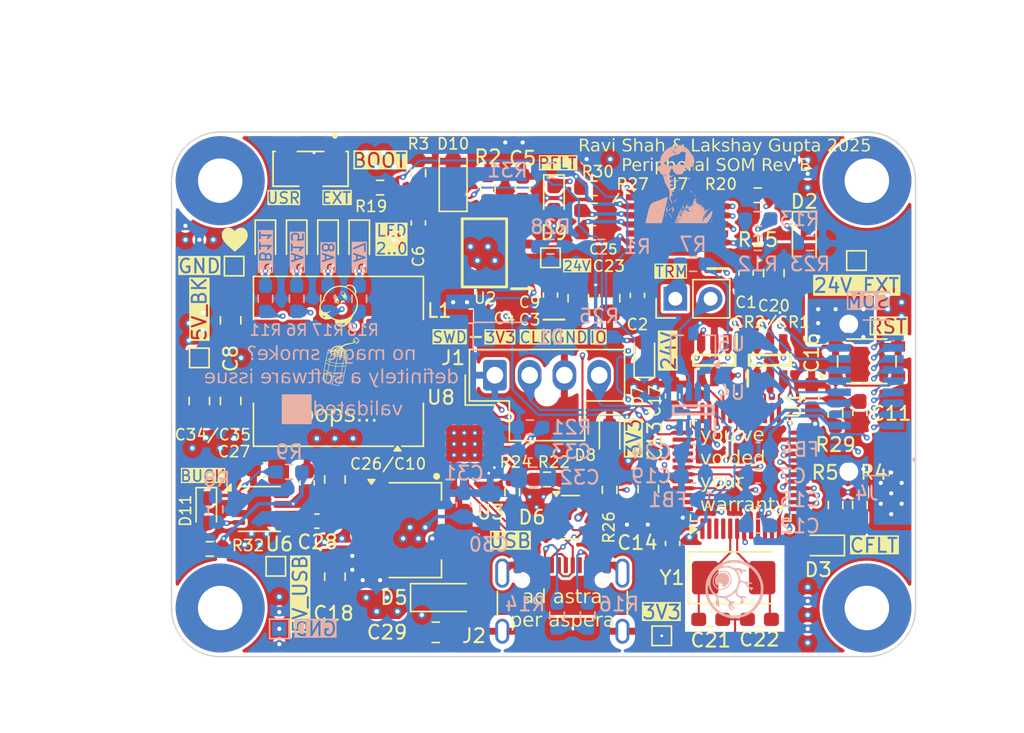
<source format=kicad_pcb>
(kicad_pcb (version 20241229) (generator "pcbnew") (generator_version "9.0")
  (layers (0 "F.Cu" mixed) (4 "In1.Cu" mixed) (6 "In2.Cu" power) (2 "B.Cu" mixed) (13 "F.Paste" user) (15 "B.Paste" user) (5 "F.SilkS" user "F.Silkscreen") (7 "B.SilkS" user "B.Silkscreen") (1 "F.Mask" user) (3 "B.Mask" user) (25 "Edge.Cuts" user))
  (net 0 "")
  (net 1 "/MCU/SPI2_SCK")
  (net 2 "/MCU/SPI2_NSS")
  (net 3 "/MCU/SPI2_MOSI")
  (net 4 "/MCU/SPI2_MISO")
  (net 5 "GND")
  (net 6 "+3.3V")
  (net 7 "/MCU/SPI1_SCK")
  (net 8 "/MCU/SPI1_MISO")
  (net 9 "/MCU/SPI1_NSS")
  (net 10 "/MCU/SPI1_MOSI")
  (net 11 "/USB/D-")
  (net 12 "/USB/D+")
  (net 13 "+5V_VBUS")
  (net 14 "/MCU/I2C1_SCL")
  (net 15 "/MCU/ADC1_IN11")
  (net 16 "/CAN_H")
  (net 17 "/OPAMP1_VINP")
  (net 18 "/CAN_L")
  (net 19 "+24V_EXT")
  (net 20 "/MCU/ADC1_IN10")
  (net 21 "GNDA")
  (net 22 "VDDA")
  (net 23 "/MCU/ADC1_IN7")
  (net 24 "/MCU/I2C1_SDA")
  (net 25 "/MCU/ADC1_IN9")
  (net 26 "/PowerDist/FAULT")
  (net 27 "+24V")
  (net 28 "Net-(C6-Pad2)")
  (net 29 "/CAN/FAULT")
  (net 30 "Net-(D3-A)")
  (net 31 "/LEDs/LED3")
  (net 32 "Net-(D12-A)")
  (net 33 "+5V")
  (net 34 "Net-(D4-A)")
  (net 35 "/LEDs/LED_HB")
  (net 36 "/PowerDist/PowerProtection/UVLO")
  (net 37 "/PowerDist/PowerProtection/OVP")
  (net 38 "/USB/CC1")
  (net 39 "/PowerDist/PowerProtection/RTN")
  (net 40 "/USB/CC2")
  (net 41 "Net-(D13-A)")
  (net 42 "/LEDs/LED2")
  (net 43 "Net-(D14-A)")
  (net 44 "/LEDs/LED1")
  (net 45 "Net-(SW2-B)")
  (net 46 "/MCU/BOOT0")
  (net 47 "/PowerDist/PowerProtection/MODE")
  (net 48 "/PowerDist/PowerProtection/SHDN")
  (net 49 "Net-(D7-A)")
  (net 50 "Net-(D8-A)")
  (net 51 "/PowerDist/PowerProtection/ILIM")
  (net 52 "Net-(D9-A)")
  (net 53 "/MCU/NRST")
  (net 54 "/PowerDist/PowerProtection/IMON")
  (net 55 "/MCU/ADC1_IN16")
  (net 56 "/MCU/SWCLK")
  (net 57 "/MCU/USART1_RX")
  (net 60 "/MCU/USART1_TX")
  (net 61 "/MCU/OSC_IN")
  (net 64 "/CAN/CAN1_RX")
  (net 66 "/MCU/SWDIO")
  (net 71 "/MCU/OSC_OUT")
  (net 72 "/CAN/CAN1_TX")
  (net 73 "+5V_BUCK")
  (net 74 "/PowerDist/ROSC")
  (net 75 "Net-(D1-K)")
  (net 76 "Net-(U2-BOOT)")
  (net 77 "Net-(U2-COMP)")
  (net 78 "Net-(U2-SS)")
  (net 82 "Net-(U7-DVDT)")
  (net 98 "/USB/VBUS_IN")
  (net 101 "/USB/RST")
  (net 102 "/USB/VBUS")
  (net 103 "/PowerDist/ILIM")
  (net 104 "/PowerDist/STAT")
  (net 105 "Net-(D11-A)")
  (net 106 "Net-(JP1-A)")
  (footprint "TestPoint:TestPoint_Pad_1.0x1.0mm" (layer "F.Cu") (at 144.5 110.5 180)
    (property "Reference" "TP6")
    (property "Value" "3V3")
  )
  (footprint "Resistor_SMD:R_0603_1608Metric_Pad0.98x0.95mm_HandSolder" (layer "F.Cu") (at 157 101.0875 -90)
    (property "Reference" "R5")
    (property "Value" "120")
  )
  (footprint "Capacitor_SMD:C_0805_2012Metric_Pad1.18x1.45mm_HandSolder" (layer "F.Cu") (at 121 99.25 90)
    (property "Reference" "C10")
    (property "Value" "10uF")
  )
  (footprint "Capacitor_SMD:C_0603_1608Metric_Pad1.08x0.95mm_HandSolder" (layer "F.Cu") (at 150.5625 84.4 -90)
    (property "Reference" "C1")
    (property "Value" "1uF")
  )
  (footprint "LED_SMD:LED_0603_1608Metric_Pad1.05x0.95mm_HandSolder" (layer "F.Cu") (at 143.25 90.25 90)
    (property "Reference" "D7")
    (property "Value" "24V")
  )
  (footprint "TestPoint:TestPoint_Pad_1.0x1.0mm" (layer "F.Cu") (at 158.5 83.5)
    (property "Reference" "TP1")
    (property "Value" "24V_EXT")
  )
  (footprint "Resistor_SMD:R_0603_1608Metric_Pad0.98x0.95mm_HandSolder" (layer "F.Cu") (at 127 77.2065 90)
    (property "Reference" "R3")
    (property "Value" "16k")
  )
  (footprint "LED_SMD:LED_0603_1608Metric_Pad1.05x0.95mm_HandSolder" (layer "F.Cu") (at 120.5 82.25 -90)
    (property "Reference" "D13")
    (property "Value" "LED1")
  )
  (footprint "Capacitor_SMD:C_0805_2012Metric_Pad1.18x1.45mm_HandSolder" (layer "F.Cu") (at 113.5 93.6 -90)
    (property "Reference" "C34")
    (property "Value" "10uF")
  )
  (footprint "LED_SMD:LED_0603_1608Metric_Pad1.05x0.95mm_HandSolder" (layer "F.Cu") (at 111.75 101.5 -90)
    (property "Reference" "D11")
    (property "Value" "BUCK")
  )
  (footprint "LOGO" (layer "F.Cu") (at 121.25 90.75)
    (property "Reference" "G***")
    (property "Value" "LOGO" (hide yes))
  )
  (footprint "UTSVT_ICs:CP2102N-A02-GQFN24" (layer "F.Cu") (at 130.3125 96.65 90)
    (property "Reference" "U8")
    (property "Value" "CP2102N-A02-GQFN24" (hide yes))
  )
  (footprint "Capacitor_SMD:C_0805_2012Metric_Pad1.18x1.45mm_HandSolder" (layer "F.Cu") (at 140.75 86.2125 -90)
    (property "Reference" "C23")
    (property "Value" "10uF")
  )
  (footprint "Resistor_SMD:R_0603_1608Metric_Pad0.98x0.95mm_HandSolder" (layer "F.Cu") (at 158.75 101.0875 90)
    (property "Reference" "R4")
    (property "Value" "10k")
  )
  (footprint "Resistor_SMD:R_0603_1608Metric_Pad0.98x0.95mm_HandSolder" (layer "F.Cu") (at 139.6 78.3)
    (property "Reference" "R30")
    (property "Value" "24m")
  )
  (footprint "Package_QFP:LQFP-48_7x7mm_P0.5mm" (layer "F.Cu") (at 150.175 98.63226 90)
    (property "Reference" "U1")
    (property "Value" "STM32L431CBTx")
  )
  (footprint "Capacitor_SMD:C_0603_1608Metric_Pad1.08x0.95mm_HandSolder" (layer "F.Cu") (at 158.75 94.5 -90)
    (property "Reference" "C11")
    (property "Value" "100nF")
  )
  (footprint "Connector_Molex:Molex_Nano-Fit_105309-xx04_1x04_P2.50mm_Vertical" (layer "F.Cu") (at 132.5 91.75 90)
    (property "Reference" "J1")
    (property "Value" "SWD")
  )
  (footprint "Capacitor_SMD:C_0603_1608Metric_Pad1.08x0.95mm_HandSolder" (layer "F.Cu") (at 155.28488 93.31976 90)
    (property "Reference" "C16")
    (property "Value" "100nF")
  )
  (footprint "Capacitor_SMD:C_0805_2012Metric_Pad1.18x1.45mm_HandSolder" (layer "F.Cu") (at 143.53488 99.93488 90)
    (property "Reference" "C13")
    (property "Value" "4.7uF")
  )
  (footprint "Capacitor_SMD:C_0805_2012Metric_Pad1.18x1.45mm_HandSolder" (layer "F.Cu") (at 152.5625 84.4 -90)
    (property "Reference" "C20")
    (property "Value" "10uF")
  )
  (footprint "TestPoint:TestPoint_Pad_1.0x1.0mm" (layer "F.Cu") (at 136.5 83.3)
    (property "Reference" "TP2")
    (property "Value" "24V")
  )
  (footprint "Resistor_SMD:R_0603_1608Metric_Pad0.98x0.95mm_HandSolder" (layer "F.Cu") (at 124.25 78.25)
    (property "Reference" "R19")
    (property "Value" "10k")
  )
  (footprint "MountingHole:MountingHole_3.2mm_M3_Pad_TopBottom" (layer "F.Cu") (at 159.25 108.5)
    (property "Reference" "MH4")
    (property "Value" "M3")
  )
  (footprint "Capacitor_SMD:C_0603_1608Metric_Pad1.08x0.95mm_HandSolder" (layer "F.Cu") (at 139.6 81.5)
    (property "Reference" "C25")
    (property "Value" "100nF")
  )
  (footprint "UTSVT_ICs:D5V0P4UR6SO-7" (layer "F.Cu") (at 148.28488 90.66976 -90)
    (property "Reference" "CR2")
    (property "Value" "D5V0P4UR6SO-7" (hide yes))
  )
  (footprint "TestPoint:TestPoint_Pad_1.0x1.0mm" (layer "F.Cu") (at 116.75 105.5)
    (property "Reference" "TP4")
    (property "Value" "5V_USB")
  )
  (footprint "Resistor_SMD:R_0603_1608Metric_Pad0.98x0.95mm_HandSolder" (layer "F.Cu") (at 136.25 99.25 180)
    (property "Reference" "R22")
    (property "Value" "22k")
  )
  (footprint "Capacitor_SMD:C_0603_1608Metric_Pad1.08x0.95mm_HandSolder" (layer "F.Cu") (at 151.525 109.31976 180)
    (property "Reference" "C22")
    (property "Value" "12p")
  )
  (footprint "Capacitor_SMD:C_0603_1608Metric_Pad1.08x0.95mm_HandSolder" (layer "F.Cu") (at 148.025 109.31976)
    (property "Reference" "C21")
    (property "Value" "12p")
  )
  (footprint "Package_TO_SOT_SMD:SOT-223-3_TabPin2" (layer "F.Cu") (at 126.7525 102.9)
    (property "Reference" "U3")
    (property "Value" "LT1963AEST-3.3#TRPBF")
  )
  (footprint "LOGO" (layer "F.Cu") (at 113.8 82)
    (property "Reference" "G***")
    (property "Value" "LOGO" (hide yes))
  )
  (footprint "Capacitor_SMD:C_0603_1608Metric_Pad1.08x0.95mm_HandSolder" (layer "F.Cu") (at 116 98.55 180)
    (property "Reference" "C27")
    (property "Value" "0.1uF")
  )
  (footprint "LED_SMD:LED_0603_1608Metric_Pad1.05x0.95mm_HandSolder" (layer "F.Cu") (at 136.75 79 -90)
    (property "Reference" "D9")
    (property "Value" "PFLT")
  )
  (footprint "LOGO" (layer "F.Cu") (at 121.25 86.75)
    (property "Reference" "G***" (hide yes))
    (property "Value" "LOGO" (hide yes))
  )
  (footprint "UTSVT_ICs:D5V0P4UR6SO-7" (layer "F.Cu") (at 152.28488 90.66976 90)
    (property "Reference" "CR1")
    (property "Value" "D5V0P4UR6SO-7" (hide yes))
  )
  (footprint "MountingHole:MountingHole_3.2mm_M3_Pad_TopBottom" (layer "F.Cu") (at 112.75 108.5)
    (property "Reference" "MH3")
    (property "Value" "M3")
  )
  (footprint "LED_SMD:LED_0603_1608Metric_Pad1.05x0.95mm_HandSolder" (layer "F.Cu") (at 118.25 82.25 -90)
    (property "Reference" "D12")
    (property "Value" "LED2")
  )
  (footprint "LED_SMD:LED_0603_1608Metric_Pad1.05x0.95mm_HandSolder" (layer "F.Cu") (at 122.75 82.25 -90)
    (property "Reference" "D14")
    (property "Value" "LED0")
  )
  (footprint "CJS-1200TA:SW_CJS-1200TA" (layer "F.Cu") (at 119.25 76.9 180)
    (property "Reference" "SW2")
    (property "Value" "BOOT")
  )
  (footprint "Crystal:Crystal_SMD_Abracon_ABM3-2Pin_5.0x3.2mm" (layer "F.Cu") (at 149.675 106.31976)
    (property "Reference" "Y1")
    (property "Value" "8M")
  )
  (footprint "TestPoint:TestPoint_Pad_1.0x1.0mm" (layer "F.Cu") (at 113.75 83.9)
    (property "Reference" "TP7")
    (property "Value" "GND")
  )
  (footprint "MountingHole:MountingHole_3.2mm_M3_Pad_TopBottom" (layer "F.Cu") (at 112.75 77.75)
    (property "Reference" "MH1")
    (property "Value" "M3")
  )
  (footprint "Capacitor_SMD:C_0805_2012Metric_Pad1.18x1.45mm_HandSolder" (layer "F.Cu") (at 111.25 93.6 -90)
    (property "Reference" "C35")
    (property "Value" "10uF")
  )
  (footprint "Resistor_SMD:R_0603_1608Metric_Pad0.98x0.95mm_HandSolder" (layer "F.Cu") (at 156.995 94.5 90)
    (property "Reference" "R29")
    (property "Value" "10k")
  )
  (footprint "Capacitor_SMD:C_0603_1608Metric_Pad1.08x0.95mm_HandSolder" (layer "F.Cu") (at 130.8 87.5 180)
    (property "Reference" "C4")
    (property "Value" "0.1uF")
  )
  (footprint "Capacitor_SMD:C_0603_1608Metric_Pad1.08x0.95mm_HandSolder" (layer "F.Cu") (at 136.5 85.9825 -90)
    (property "Reference" "C9")
    (property "Value" "1uF")
  )
  (footprint "Capacitor_SMD:C_0603_1608Metric_Pad1.08x0.95mm_HandSolder" (layer "F.Cu") (at 119 99.5 90)
    (property "Reference" "C26")
    (property "Value" "1uF")
  )
  (footprint "Inductor_SMD:L_Coilcraft_MSS1246-XXX" (layer "F.Cu") (at 121.25 90.75 180)
    (property "Reference" "L1")
    (property "Value" "100uH")
  )
  (footprint "LED_SMD:LED_0603_1608Metric_Pad1.05x0.95mm_HandSolder" (layer "F.Cu") (at 116 82.25 -90)
    (property "Reference" "D4")
    (property "Value" "Heartbeat")
  )
  (footprint "Connector_USB:USB_C_Receptacle_GCT_USB4105-xx-A_16P_TopMnt_Horizontal" (layer "F.Cu") (at 137.352873 109.0975)
    (property "Reference" "J2")
    (property "Value" "USB4215-03-A")
  )
  (footprint "Resistor_SMD:R_0603_1608Metric_Pad0.98x0.95mm_HandSolder" (layer "F.Cu") (at 139.6 79.9)
    (property "Reference" "R27")
    (property "Value" "10k")
  )
  (footprint "Capacitor_SMD:C_0603_1608Metric_Pad1.08x0.95mm_HandSolder" (layer "F.Cu") (at 145.28488 93.247379 90)
    (property "Reference" "C17")
    (property "Value" "100nF")
  )
  (footprint "Package_SON:VSON-8-1EP_3x3mm_P0.65mm_EP1.65x2.4mm" (layer "F.Cu") (at 115.565 101.375)
    (property "Reference" "U6")
    (property "Value" "TPS2115ADRBR")
  )
  (footprint "UTSVT_Power:TPS5405DR" (layer "F.Cu") (at 131.75 82.944 180)
    (property "Reference" "U2")
    (property "Value" "TPS5405DR" (hide yes))
  )
  (footprint "Capacitor_SMD:C_0805_2012Metric_Pad1.18x1.45mm_HandSolder" (layer "F.Cu") (at 121 106.25 -90)
    (property "Reference" "C18")
    (property "Value" "10uF")
  )
  (footprint "Capacitor_SMD:C_0603_1608Metric_Pad1.08x0.95mm_HandSolder" (layer "F.Cu") (at 127 80.794 90)
    (property "Reference" "C6")
    (property "Value" "3.3nF")
  )
  (footprint "TL3365AF180QG:SW_TL3365AF180QG" (layer "F.Cu") (at 159.25 90.75)
    (property "Reference" "SW1")
    (property "Value" "RST")
  )
  (footprint "Resistor_SMD:R_0603_1608Metric_Pad0.98x0.95mm_HandSolder" (layer "F.Cu") (at 151.4 78.8 180)
    (property "Reference" "R20")
    (property "Value" "402k")
  )
  (footprint "Resistor_SMD:R_0603_1608Metric_Pad0.98x0.95mm_HandSolder" (layer "F.Cu") (at 151.4125 80.5 180)
    (property "Reference" "R15")
    (property "Value" "2.1k")
  )
  (footprint "UTSVT_Power:LM76202QPWPRQ1" (layer "F.Cu") (at 145.6005 81.225 180)
    (property "Reference" "U7")
    (property "Value" "LM76202QPWPRQ1" (hide yes))
  )
  (footprint "Resistor_SMD:R_0603_1608Metric_Pad0.98x0.95mm_HandSolder" (layer "F.Cu") (at 133.75 100.1625 -90)
    (property "Reference" "R24")
    (property "Value" "47k")
  )
  (footprint "Diode_SMD:D_SOD-123F" (layer "F.Cu") (at 129.5 77.75 90)
    (property "Reference" "D10")
    (property "Value" "TVS")
  )
  (footprint "Capacitor_SMD:C_0603_1608Metric_Pad1.08x0.95mm_HandSolder" (layer "F.Cu") (at 134.5 78.294 90)
    (property "Reference" "C5")
    (property "Value" "10nF")
  )
  (footprint "Capacitor_SMD:C_0805_2012Metric_Pad1.18x1.45mm_HandSolder" (layer "F.Cu") (at 138.5 86.2125 -90)
    (property "Reference" "C3")
    (property "Value" "10uF")
  )
  (footprint "TestPoint:TestPoint_Pad_1.0x1.0mm" (layer "F.Cu") (at 111.25 90.5 180)
    (property "Reference" "TP3")
    (property "Value" "5V_BK")
  )
  (footprint "Package_TO_SOT_SMD:SOT-143" (layer "F.Cu") (at 137.922873 101.9725)
    (property "Reference" "D6")
    (property "Value" "SP0503BAHTG")
  )
  (footprint "MountingHole:MountingHole_3.2mm_M3_Pad_TopBottom" (layer "F.Cu") (at 159.25 77.75)
    (property "Reference" "MH2")
    (property "Value" "M3")
  )
  (footprint "Capacitor_SMD:C_0805_2012Metric_Pad1.18x1.45mm_HandSolder" (layer "F.Cu") (at 128.25 110.25)
    (property "Reference" "C29")
    (property "Value" "10uF")
  )
  (footprint "Resistor_SMD:R_0603_1608Metric_Pad0.98x0.95mm_HandSolder" (layer "F.Cu") (at 140.75 100 90)
    (property "Reference" "R26")
    (property "Value" "120")
  )
  (footprint "Capacitor_SMD:C_0603_1608Metric_Pad1.08x0.95mm_HandSolder" (layer "F.Cu") (at 119.7 102.25)
    (property "Reference" "C28")
    (property "Value" "0.1uF")
  )
  (footprint "Capacitor_SMD:C_0805_2012Metric_Pad1.18x1.45mm_HandSolder" (layer "F.Cu") (at 113.5 87.8 90)
    (property "Reference" "C8")
    (property "Value" "10uF")
  )
  (footprint "LED_SMD:LED_0603_1608Metric_Pad1.05x0.95mm_HandSolder" (layer "F.Cu") (at 140.75 96.25 -90)
    (property "Reference" "D8")
    (property "Value" "3V3")
  )
  (footprint "LED_SMD:LED_0603_1608Metric_Pad1.05x0.95mm_HandSolder" (layer "F.Cu") (at 155.975 104 180)
    (property "Reference" "D3")
    (property "Value" "CFLT")
  )
  (footprint "Resistor_SMD:R_0603_1608Metric_Pad0.98x0.95mm_HandSolder" (layer "F.Cu") (at 112 104.25 180)
    (property "Reference" "R32")
    (property "Value" "768")
  )
  (footprint "Resistor_SMD:R_0603_1608Metric_Pad0.98x0.95mm_HandSolder" (layer "F.Cu") (at 132 78.294 90)
    (property "Reference" "R2")
    (property "Value" "ROSC")
  )
  (footprint "Diode_SMD:D_SOD-123" (layer "F.Cu") (at 128.8 107.75)
    (property "Reference" "D5")
    (property "Value" "1N5819HW")
  )
  (footprint "Connector_PinHeader_2.54mm:PinHeader_1x02_P2.54mm_Vertical" (layer "F.Cu") (at 145.475 86.25 90)
    (property "Reference" "JP1")
    (property "Value" "TRM")
  )
  (footprint "Capacitor_SMD:C_0603_1608Metric_Pad1.08x0.95mm_HandSolder" (layer "F.Cu") (at 145.28488 103.85988 -90)
    (property "Reference" "C14")
    (property "Value" "100nF")
  )
  (footprint "Diode_SMD:D_SOD-323_HandSoldering" (layer "F.Cu") (at 154.75 82 -90)
    (property "Reference" "D2")
    (property "Value" "TVS")
  )
  (footprint "Capacitor_SMD:C_0603_1608Metric_Pad1.08x0.95mm_HandSolder" (layer "F.Cu") (at 142.75 86 -90)
    (property "Reference" "C2")
    (property "Value" "1uF")
  )
  (footprint "UTSVT_ICs:CDSOT23-T24CAN" (layer "B.Cu") (at 146.75 89.95 90)
    (property "Reference" "U5" (hide yes))
    (property "Value" "CDSOT23-T24CAN")
  )
  (footprint "Capacitor_SMD:C_0603_1608Metric_Pad1.08x0.95mm_HandSolder" (layer "B.Cu") (at 151.425 102.6 180)
    (property "Reference" "C12")
    (property "Value" "100nF")
  )
  (footprint "Capacitor_SMD:C_0805_2012Metric_Pad1.18x1.45mm_HandSolder" (layer "B.Cu") (at 135.2625 99.1)
    (property "Reference" "C32")
    (property "Value" "4.7uF")
  )
  (footprint "Resistor_SMD:R_0603_1608Metric_Pad0.98x0.95mm_HandSolder" (layer "B.Cu") (at 135.025 95.5)
    (property "Reference" "R21")
    (property "Value" "1k")
  )
  (footprint "Resistor_SMD:R_0603_1608Metric_Pad0.98x0.95mm_HandSolder" (layer "B.Cu") (at 118.25 86.25 90)
    (property "Reference" "R6")
    (property "Value" "120")
  )
  (footprint "Capacitor_SMD:C_0603_1608Metric_Pad1.08x0.95mm_HandSolder" (layer "B.Cu") (at 135.025 97.2)
    (property "Reference" "C33")
    (property "Value" "0.1uF")
  )
  (footprint "Resistor_SMD:R_0603_1608Metric_Pad0.98x0.95mm_HandSolder" (layer "B.Cu") (at 136.972873 109.035 -90)
    (property "Reference" "R14")
    (property "Value" "5.1k")
  )
  (footprint "Capacitor_SMD:C_0603_1608Metric_Pad1.08x0.95mm_HandSolder" (layer "B.Cu") (at 147.925 100.71976)
    (property "Reference" "FB1")
    (property "Value" "FerriteBead")
  )
  (footprint "Capacitor_SMD:C_0603_1608Metric_Pad1.08x0.95mm_HandSolder" (layer "B.Cu") (at 151.425 100.71976 180)
    (property "Reference" "C15")
    (property "Value" "100nF")
  )
  (footprint "Resistor_SMD:R_0603_1608Metric_Pad0.98x0.95mm_HandSolder" (layer "B.Cu") (at 140.1625 82.5)
    (property "Reference" "R1")
    (property "Value" "10k")
  )
  (footprint "Resistor_SMD:R_0603_1608Metric_Pad0.98x0.95mm_HandSolder" (layer "B.Cu") (at 117.7125 98.7 180)
    (property "Reference" "R9")
    (property "Value" "10k")
  )
  (footprint "Resistor_SMD:R_0603_1608Metric_Pad0.98x0.95mm_HandSolder" (layer "B.Cu") (at 151.4125 80.5)
    (property "Reference" "R13")
    (property "Value" "590")
  )
  (footprint "Capacitor_SMD:C_0603_1608Metric_Pad1.08x0.95mm_HandSolder" (layer "B.Cu") (at 146.775 97.25)
    (property "Reference" "C24")
    (property "Value" "0.1uF")
  )
  (footprint "Resistor_SMD:R_0603_1608Metric_Pad0.98x0.95mm_HandSolder" (layer "B.Cu") (at 140 89)
    (property "Reference" "R25")
    (property "Value" "4.3k")
  )
  (footprint "Resistor_SMD:R_0603_1608Metric_Pad0.98x0.95mm_HandSolder" (layer "B.Cu") (at 151.4125 82.25 180)
    (property "Reference" "R12")
    (property "Value" "45.3k")
  )
  (footprint "Resistor_SMD:R_0603_1608Metric_Pad0.98x0.95mm_HandSolder" (layer "B.Cu") (at 120.5 86.25 90)
    (property "Reference" "R17")
    (property "Value" "120")
  )
  (footprint "UTSVT_Logos:LHRs_LOGO" (layer "B.Cu") (at 123.1 79.4 180)
    (property "Reference" "LOGO2" (hide yes))
    (property "Value" "LHRs" (hide yes))
  )
  (footprint "Resistor_SMD:R_0603_1608Metric_Pad0.98x0.95mm_HandSolder" (layer "B.Cu") (at 155.1625 82.25 180)
    (property "Reference" "R23")
    (property "Value" "10k")
  )
  (footprint "Capacitor_SMD:C_0603_1608Metric_Pad1.08x0.95mm_HandSolder" (layer "B.Cu") (at 151.425 97.1)
    (property "Reference" "FB4")
    (property "Value" "FerriteBead")
  )
  (footprint "Resistor_SMD:R_0603_1608Metric_Pad0.98x0.95mm_HandSolder" (layer "B.Cu") (at 116 86.25 90)
    (property "Reference" "R11")
    (property "Value" "120")
  )
  (footprint "Diode_SMD:D_SOD-123F" (layer "B.Cu") (at 133.15 88.944)
    (property "Reference" "D1")
    (property "Value" "MBR230S1F")
  )
  (footprint "Resistor_SMD:R_0603_1608Metric_Pad0.98x0.95mm_HandSolder" (layer "B.Cu") (at 136.5 82.5 180)
    (property "Reference" "R28")
    (property "Value" "4.3k")
  )
  (footprint "Capacitor_SMD:C_0603_1608Metric_Pad1.08x0.95mm_HandSolder" (layer "B.Cu") (at 130.2625 101.0625 -90)
    (property "Reference" "C31")
    (property "Value" "0.1uF")
  )
  (footprint "Resistor_SMD:R_0603_1608Metric_Pad0.98x0.95mm_HandSolder" (layer "B.Cu") (at 112.4125 101.4 90)
    (property "Reference" "R8")
    (property "Value" "332")
  )
  (footprint "LOGO" (layer "B.Cu") (at 145.75 78 180)
    (property "Reference" "G***")
    (property "Value" "LOGO" (hide yes))
  )
  (footprint "Capacitor_SMD:C_0603_1608Metric_Pad1.08x0.95mm_HandSolder" (layer "B.Cu") (at 146.775 99)
    (property "Reference" "C19")
    (property "Value" "1uF")
  )
  (footprint "Capacitor_SMD:C_0603_1608Metric_Pad1.08x0.95mm_HandSolder" (layer "B.Cu") (at 151.425 99 180)
    (property "Reference" "C7")
    (property "Value" "100nF")
  )
  (footprint "Resistor_SMD:R_0603_1608Metric_Pad0.98x0.95mm_HandSolder" (layer "B.Cu") (at 139.172873 109.035 -90)
    (property "Reference" "R16")
    (property "Value" "5.1k")
  )
  (footprint "TestPoint:TestPoint_Pad_1.0x1.0mm" (layer "B.Cu") (at 117 110)
    (property "Reference" "TP8")
    (property "Value" "GND")
  )
  (footprint "UTSVT_Connectors:524652470" (layer "B.Cu") (at 159.25 93.375 -90)
    (property "Reference" "J4")
    (property "Value" "52465-2470" (hide yes))
  )
  (footprint "Capacitor_SMD:C_0805_2012Metric_Pad1.18x1.45mm_HandSolder" (layer "B.Cu") (at 132.1625 101.3 -90)
    (property "Reference" "C30")
    (property "Value" "4.7uF")
  )
  (footprint "Resistor_SMD:R_0603_1608Metric_Pad0.98x0.95mm_HandSolder" (layer "B.Cu") (at 122.75 86.25 90)
    (property "Reference" "R18")
    (property "Value" "120")
  )
  (footprint "Resistor_SMD:R_0603_1608Metric_Pad0.98x0.95mm_HandSolder" (layer "B.Cu") (at 136.5 77 180)
    (property "Reference" "R31")
    (property "Value" "100k")
  )
  (footprint "LOGO" (layer "B.Cu") (at 149.7 107.1 -90)
    (property "Reference" "G***")
    (property "Value" "LOGO" (hide yes))
  )
  (footprint "UTSVT_ICs:TCAN337DCNR" (layer "B.Cu") (at 146.775 94.25 90)
    (property "Reference" "U4")
    (property "Value" "TCAN337" (hide yes))
  )
  (footprint "Resistor_SMD:R_0603_1608Metric_Pad0.98x0.95mm_HandSolder" (layer "B.Cu") (at 146.75 83.75 180)
    (property "Reference" "R7")
    (property "Value" "120")
  )
  (gr_line (start 130.75 89) (end 131.5 89) (stroke (width 0.15)) (layer "F.SilkS"))
  (gr_line (start 141.4 78.7) (end 141 79.3) (stroke (width 0.15)) (layer "F.SilkS"))
  (gr_line (start 136 87.75) (end 137.5 87.75) (stroke (width 0.15)) (layer "F.SilkS"))
  (gr_rect (start 117.25 93.2) (end 119.25 95.2) (stroke (width 0.15)) (fill yes) (layer "B.SilkS"))
  (gr_line (start 162.75 77.75) (end 162.75 108.5) (stroke (width 0.1)) (layer "Edge.Cuts"))
  (gr_line (start 112.75 74.25) (end 159.25 74.25) (stroke (width 0.1)) (layer "Edge.Cuts"))
  (gr_arc (start 162.75 108.5) (mid 161.724874 110.974874) (end 159.25 112) (stroke (width 0.1)) (layer "Edge.Cuts"))
  (gr_arc (start 159.25 74.25) (mid 161.724874 75.275126) (end 162.75 77.75) (stroke (width 0.1)) (layer "Edge.Cuts"))
  (gr_arc (start 112.75 112) (mid 110.275126 110.974874) (end 109.25 108.5) (stroke (width 0.1)) (layer "Edge.Cuts"))
  (gr_line (start 109.25 108.5) (end 109.25 77.75) (stroke (width 0.1)) (layer "Edge.Cuts"))
  (gr_line (start 159.25 112) (end 112.75 112) (stroke (width 0.1)) (layer "Edge.Cuts"))
  (gr_arc (start 109.25 77.75) (mid 110.275126 75.275126) (end 112.75 74.25) (stroke (width 0.1)) (layer "Edge.Cuts"))
  (gr_text "EXT" (at 121.1 79 0) (layer "F.SilkS" knockout) (effects (font (size 0.8 0.8) (thickness 0.12))))
  (gr_text "ad astra\nper aspera" (at 137.352873 110 0) (layer "F.SilkS") (effects (font (size 1 1) (thickness 0.12)) (justify bottom)))
  (gr_text "oops..." (at 121.3 95.3 0) (layer "F.SilkS") (effects (font (size 1.2 1.2) (thickness 0.12)) (justify bottom)))
  (gr_text "CR2/CR1" (at 149.5 88.4 0) (layer "F.SilkS") (effects (font (size 0.8 0.8) (thickness 0.12)) (justify left bottom)))
  (gr_text "USR" (at 117.3 79 0) (layer "F.SilkS" knockout) (effects (font (size 0.8 0.8) (thickness 0.12))))
  (gr_text "Peripheral SOM Rev B" (at 141.6 77.2 0) (layer "F.SilkS") (effects (font (size 0.9 0.9)) (justify left bottom)))
  (gr_text "C34/C35" (at 109.4 96.5 0) (layer "F.SilkS") (effects (font (size 0.8 0.8) (thickness 0.12)) (justify left bottom)))
  (gr_text "CLK" (at 134.2 89.5 0) (layer "F.SilkS" knockout) (effects (font (size 0.8 0.8) (thickness 0.12)) (justify left bottom)))
  (gr_text "LED\n2..0" (at 125.083329 82 0) (layer "F.SilkS" knockout) (effects (font (size 0.8 0.8) (thickness 0.12))))
  (gr_text "Ravi Shah & Lakshay Gupta 2025\n" (at 138.496602 75.8 0) (layer "F.SilkS") (effects (font (size 0.9 0.9)) (justify left bottom)))
  (gr_text "you've\nvoided\nyour\nwarranty" (at 147.25 101.7 0) (layer "F.SilkS") (effects (font (size 1 1)) (justify left bottom)))
  (gr_text "USB" (at 132 104.25 0) (layer "F.SilkS" knockout) (effects (font (size 1 1)) (justify left bottom)))
  (gr_text "GND" (at 136.65 89.5 0) (layer "F.SilkS" knockout) (effects (font (size 0.8 0.8) (thickness 0.12)) (justify left bottom)))
  (gr_text "3V3" (at 131.7 89.5 0) (layer "F.SilkS" knockout) (effects (font (size 0.8 0.8) (thickness 0.12)) (justify left bottom)))
  (gr_text "IO" (at 139.25 89.5 0) (layer "F.SilkS" knockout) (effects (font (size 0.8 0.8) (thickness 0.12)) (justify left bottom)))
  (gr_text "C26/C10" (at 122 98.6 0) (layer "F.SilkS") (effects (font (size 0.8 0.8) (thickness 0.12)) (justify left bottom)))
  (gr_text "PA7" (at 122.25 84.5 270) (layer "B.SilkS" knockout) (effects (font (size 0.8 0.8) (thickness 0.12)) (justify left bottom mirror)))
  (gr_text "PA8" (at 120 84.5 270) (layer "B.SilkS" knockout) (effects (font (size 0.8 0.8) (thickness 0.12)) (justify left bottom mirror)))
  (gr_text "PB11" (at 115.5 84.5 270) (layer "B.SilkS" knockout) (effects (font (size 0.8 0.8) (thickness 0.12)) (justify left bottom mirror)))
  (gr_text "no magic smoke?\ndefinitely a software issue" (at 120.75 92.5 0) (layer "B.SilkS") (effects (font (size 1 1) (thickness 0.12)) (justify bottom mirror)))
  (gr_text "PA15" (at 117.793079 84.5 270) (layer "B.SilkS" knockout) (effects (font (size 0.8 0.8) (thickness 0.12)) (justify left bottom mirror)))
  (gr_text "validated" (at 122.65 94.8 0) (layer "B.SilkS") (effects (font (size 1 1) (thickness 0.12)) (justify bottom mirror)))
  (gr_text "SOM" (at 161 87 0) (layer "B.SilkS" knockout) (effects (font (size 1 1)) (justify left bottom mirror)))
  (segment (start 154.21976 97.5) (end 154.3375 97.38226) (width 0.15) (layer "F.Cu") (net 1))
  (segment (start 153.25 97.5) (end 154.21976 97.5) (width 0.15) (layer "F.Cu") (net 1))
  (segment (start 153.75 89.88488) (end 153.23488 89.36976) (width 0.15) (layer "F.Cu") (net 1))
  (segment (start 153.75 90.75) (end 153.75 89.88488) (width 0.15) (layer "F.Cu") (net 1))
  (segment (start 153.25 89.38488) (end 153.23488 89.36976) (width 0.15) (layer "F.Cu") (net 1))
  (segment (start 154 91) (end 153.75 90.75) (width 0.15) (layer "F.Cu") (net 1))
  (segment (start 153.25 90.5) (end 153.25 89.38488) (width 0.15) (layer "F.Cu") (net 1))
  (via (at 153.25 90.5) (size 0.4) (drill 0.2) (layers "F.Cu" "B.Cu") (net 1))
  (via (at 153.25 97.5) (size 0.4) (drill 0.2) (layers "F.Cu" "B.Cu") (net 1))
  (via (at 154 91) (size 0.4) (drill 0.2) (layers "F.Cu" "B.Cu") (net 1))
  (segment (start 157.35 91.375) (end 154.375 91.375) (width 0.15) (layer "B.Cu") (net 1))
  (segment (start 154.375 91.375) (end 154 91) (width 0.15) (layer "B.Cu") (net 1))
  (segment (start 153.75 92.48488) (end 153.23488 91.96976) (width 0.15) (layer "F.Cu") (net 2))
  (segment (start 153.23488 92.875) (end 153.23488 91.96976) (width 0.15) (layer "F.Cu") (net 2))
  (segment (start 153.75 93.25) (end 153.75 92.48488) (width 0.15) (layer "F.Cu") (net 2))
  (segment (start 152.925 93.18488) (end 153.23488 92.875) (width 0.15) (layer "F.Cu") (net 2))
  (segment (start 152.925 94.46976) (end 152.925 93.18488) (width 0.15) (layer "F.Cu") (net 2))
  (via (at 153.75 93.25) (size 0.4) (drill 0.2) (layers "F.Cu" "B.Cu") (net 2))
  (segment (start 154.275 93.775) (end 153.75 93.25) (width 0.15) (layer "B.Cu") (net 2))
  (segment (start 157.35 93.775) (end 154.275 93.775) (width 0.15) (layer "B.Cu") (net 2))
  (segment (start 151.5 90.445997) (end 151.33488 90.280877) (width 0.15) (layer "F.Cu") (net 3))
  (segment (start 151.425 94.46976) (end 151.425 93.38688) (width 0.15) (layer "F.Cu") (net 3))
  (segment (start 150.78488 89.91976) (end 151.33488 89.36976) (width 0.15) (layer "F.Cu") (net 3))
  (segment (start 150.78488 92.74676) (end 150.78488 89.91976) (width 0.15) (layer "F.Cu") (net 3))
  (segment (start 151.33488 90.280877) (end 151.33488 89.36976) (width 0.15) (layer "F.Cu") (net 3))
  (segment (start 151.425 93.38688) (end 150.78488 92.74676) (width 0.15) (layer "F.Cu") (net 3))
  (via (at 151.5 90.445997) (size 0.4) (drill 0.2) (layers "F.Cu" "B.Cu") (net 3))
  (segment (start 153.850678 92.175) (end 152.121675 90.445997) (width 0.15) (layer "B.Cu") (net 3))
  (segment (start 157.35 92.175) (end 153.850678 92.175) (width 0.15) (layer "B.Cu") (net 3))
  (segment (start 152.121675 90.445997) (end 151.5 90.445997) (width 0.15) (layer "B.Cu") (net 3))
  (segment (start 151.5 91) (end 151.33488 91.16512) (width 0.15) (layer "F.Cu") (net 4))
  (segment (start 151.33488 91.16512) (end 151.33488 91.96976) (width 0.15) (layer "F.Cu") (net 4))
  (segment (start 151.925 94.46976) (end 151.925 93.18488) (width 0.15) (layer "F.Cu") (net 4))
  (segment (start 151.925 93.18488) (end 151.33488 92.59476) (width 0.15) (layer "F.Cu") (net 4))
  (segment (start 151.33488 92.59476) (end 151.33488 91.96976) (width 0.15) (layer "F.Cu") (net 4))
  (via (at 151.5 91) (size 0.4) (drill 0.2) (layers "F.Cu" "B.Cu") (net 4))
  (segment (start 157.35 92.975) (end 154.225 92.975) (width 0.15) (layer "B.Cu") (net 4))
  (segment (start 152.25 91) (end 151.5 91) (width 0.15) (layer "B.Cu") (net 4))
  (segment (start 154.225 92.975) (end 152.25 91) (width 0.15) (layer "B.Cu") (net 4))
  (segment (start 149.775 109.31976) (end 149.775 110.56976) (width 0.15) (layer "F.Cu") (net 5))
  (segment (start 120.575 98.6375) (end 121 98.2125) (width 0.5) (layer "F.Cu") (net 5))
  (segment (start 133.607873 105.4175) (end 133.032873 105.9925) (width 0.5) (layer "F.Cu") (net 5))
  (segment (start 147.925 94.46976) (end 147.925 93.725) (width 0.25) (layer "F.Cu") (net 5))
  (segment (start 156.125 89.675) (end 155.8 90) (width 0.25) (layer "F.Cu") (net 5))
  (segment (start 157 89.675) (end 156.125 89.675) (width 0.25) (layer "F.Cu") (net 5))
  (segment (start 149.775 109.31976) (end 150.6625 109.31976) (width 0.15) (layer "F.Cu") (net 5))
  (segment (start 146.3 103.4) (end 145.28488 104.41512) (width 0.25) (layer "F.Cu") (net 5))
  (segment (start 146.5 103.4) (end 146.3 103.4) (width 0.25) (layer "F.Cu") (net 5))
  (segment (start 148.8875 109.31976) (end 149.775 109.31976) (width 0.15) (layer "F.Cu") (net 5))
  (segment (start 158.075 89.675) (end 158.3 89.9) (width 0.25) (layer "F.Cu") (net 5))
  (segment (start 141.097873 105.4175) (end 141.672873 105.9925) (width 0.5) (layer "F.Cu") (net 5))
  (segment (start 142.6625 78.9125) (end 142 78.25) (width 0.25) (layer "F.Cu") (net 5))
  (segment (start 146.0125 100.88226) (end 145.13226 100.88226) (width 0.25) (layer "F.Cu") (net 5))
  (segment (start 157 89.675) (end 158.075 89.675) (width 0.25) (layer "F.Cu") (net 5))
  (segment (start 147.925 93.725) (end 147.4 93.2) (width 0.25) (layer "F.Cu") (net 5))
  (segment (start 143.53488 99.28488) (end 143.53488 98.89738) (width 0.25) (layer "F.Cu") (net 5))
  (segment (start 134.152873 105.4175) (end 133.607873 105.4175) (width 0.5) (layer "F.Cu") (net 5))
  (segment (start 142.3625 87.25) (end 142.75 86.8625) (width 0.5) (layer "F.Cu") (net 5))
  (segment (start 140.552873 105.4175) (end 141.097873 105.4175) (width 0.5) (layer "F.Cu") (net 5))
  (segment (start 145.28488 104.41512) (end 145.28488 104.722381) (width 0.25) (layer "F.Cu") (net 5))
  (segment (start 142.6625 78.95) (end 142.6625 78.9125) (width 0.25) (layer "F.Cu") (net 5))
  (segment (start 140.75 87.25) (end 142.3625 87.25) (width 0.5) (layer "F.Cu") (net 5))
  (segment (start 136.905 87.25) (end 138.5 87.25) (width 0.5) (layer "F.Cu") (net 5))
  (segment (start 143.53488 99.28488) (end 145.13226 100.88226) (width 0.25) (layer "F.Cu") (net 5))
  (segment (start 119 98.6375) (end 120.575 98.6375) (width 0.5) (layer "F.Cu") (net 5))
  (segment (start 136.5 86.845) (end 136.905 87.25) (width 0.5) (layer "F.Cu") (net 5))
  (via (at 124.75 107.75) (size 0.6) (drill 0.3) (layers "F.Cu" "B.Cu") (net 5))
  (via (at 111.75 96.25) (size 0.6) (drill 0.3) (layers "F.Cu" "B.Cu") (net 5))
  (via (at 123.25 107.75) (size 0.6) (drill 0.3) (layers "F.Cu" "B.Cu") (net 5))
  (via (at 129.5625 96.7025) (size 0.4) (drill 0.2) (layers "F.Cu" "B.Cu") (net 5))
  (via (at 161.75 99.5) (size 0.6) (drill 0.3) (layers "F.Cu" "B.Cu") (net 5))
  (via (at 117 110) (size 0.6) (drill 0.3) (layers "F.Cu" "B.Cu") (net 5))
  (via (at 155 111) (size 0.6) (drill 0.3) (layers "F.Cu" "B.Cu") (net 5))
  (via (at 110.25 82) (size 0.6) (drill 0.3) (layers "F.Cu" "B.Cu") (net 5))
  (via (at 115 103.15) (size 0.6) (drill 0.3) (layers "F.Cu" "B.Cu") (net 5))
  (via (at 112.75 99) (size 0.4) (drill 0.2) (layers "F.Cu" "B.Cu") (net 5))
  (via (at 132 82.5) (size 0.6) (drill 0.3) (layers "F.Cu" "B.Cu") (net 5))
  (via (at 147.25 88) (size 0.4) (drill 0.2) (layers "F.Cu" "B.Cu") (net 5))
  (via (at 144 92.6) (size 0.6) (drill 0.3) (layers "F.Cu" "B.Cu") (net 5))
  (via (at 160.75 86) (size 0.6) (drill 0.3) (layers "F.Cu" "B.Cu") (net 5))
  (via (at 161.75 101) (size 0.6) (drill 0.3) (layers "F.Cu" "B.Cu") (net 5))
  (via (at 142.5 92.6) (size 0.6) (drill 0.3) (layers "F.Cu" "B.Cu") (net 5))
  (via (at 127.5 102.7) (size 0.6) (drill 0.3) (layers "F.Cu" "B.Cu") (net 5))
  (via (at 122.3 96.3) (size 0.6) (drill 0.3) (layers "F.Cu" "B.Cu") (net 5))
  (via (at 161 100.25) (size 0.6) (drill 0.3) (layers "F.Cu" "B.Cu") (net 5))
  (via (at 125.9 103.5) (size 0.6) (drill 0.3) (layers "F.Cu" "B.Cu") (net 5))
  (via (at 161 101.75) (size 0.6) (drill 0.3) (layers "F.Cu" "B.Cu") (net 5))
  (via (at 126.4 102.7) (size 0.6) (drill 0.3) (layers "F.Cu" "B.Cu") (net 5))
  (via (at 121 96.3) (size 0.6) (drill 0.3) (layers "F.Cu" "B.Cu") (net 5))
  (via (at 142.1 97.9) (size 0.6) (drill 0.3) (layers "F.Cu" "B.Cu") (net 5))
  (via (at 130.305 96.7025) (size 0.4) (drill 0.2) (layers "F.Cu" "B.Cu") (net 5))
  (via (at 155 76.25) (size 0.6) (drill 0.3) (layers "F.Cu" "B.Cu") (net 5))
  (via (at 136 100.5) (size 0.4) (drill 0.2) (layers "F.Cu" "B.Cu") (net 5))
  (via (at 110.5 89.25) (size 0.6) (drill 0.3) (layers "F.Cu" "B.Cu") (net 5))
  (via (at 146.5 103.4) (size 0.6) (drill 0.3) (layers "F.Cu" "B.Cu") (net 5))
  (via (at 160.25 99.5) (size 0.6) (drill 0.3) (layers "F.Cu" "B.Cu") (net 5))
  (via (at 124 76.75) (size 0.6) (drill 0.3) (layers "F.Cu" "B.Cu") (net 5))
  (via (at 120.25 103.75) (size 0.6) (drill 0.3) (layers "F.Cu" "B.Cu") (net 5))
  (via (at 130.305 95.9) (size 0.4) (drill 0.2) (layers "F.Cu" "B.Cu") (net 5))
  (via (at 131.0625 97.5) (size 0.4) (drill 0.2) (layers "F.Cu" "B.Cu") (net 5))
  (via (at 116.1 103.15) (size 0.6) (drill 0.3) (layers "F.Cu" "B.Cu") (net 5))
  (via (at 127 103.5) (size 0.6) (drill 0.3) (layers "F.Cu" "B.Cu") (net 5))
  (via (at 155 107) (size 0.6) (drill 0.3) (layers "F.Cu" "B.Cu") (net 5))
  (via (at 137.1 97.2) (size 0.4) (drill 0.2) (layers "F.Cu" "B.Cu") (net 5))
  (via (at 110.75 97) (size 0.6) (drill 0.3) (layers "F.Cu" "B.Cu") (net 5))
  (via (at 117 107.7) (size 0.6) (drill 0.3) (layers "F.Cu" "B.Cu") (net 5))
  (via (at 137.25 79) (size 0.4) (drill 0.2) (layers "F.Cu" "B.Cu") (net 5))
  (via (at 135.5 101.25) (size 0.4) (drill 0.2) (layers "F.Cu" "B.Cu") (net 5))
  (via (at 124 108.75) (size 0.6) (drill 0.3) (layers "F.Cu" "B.Cu") (net 5))
  (via (at 113.75 96.25) (size 0.6) (drill 0.3) (layers "F.Cu" "B.Cu") (net 5))
  (via (at 119.7 96.3) (size 0.6) (drill 0.3) (layers "F.Cu" "B.Cu") (net 5))
  (via (at 111.5 88.5) (size 0.6) (drill 0.3) (layers "F.Cu" "B.Cu") (net 5))
  (via (at 130.75 82.5) (size 0.6) (drill 0.3) (layers "F.Cu" "B.Cu") (net 5))
  (via (at 160.25 101) (size 0.6) (drill 0.3) (layers "F.Cu" "B.Cu") (net 5))
  (via (at 161 98.75) (size 0.6) (drill 0.3) (layers "F.Cu" "B.Cu") (net 5))
  (via (at 138.1 109.9475) (size 0.4) (drill 0.2) (layers "F.Cu" "B.Cu") (net 5))
  (via (at 136.25 79) (size 0.4) (drill 0.2) (layers "F.Cu" "B.Cu") (net 5))
  (via (at 129.5625 97.5) (size 0.4) (drill 0.2) (layers "F.Cu" "B.Cu") (net 5))
  (via (at 112.25 82) (size 0.6) (drill 0.3) (layers "F.Cu" "B.Cu") (net 5))
  (via (at 140.8 76.2) (size 0.6) (drill 0.3) (layers "F.Cu" "B.Cu") (net 5))
  (via (at 112.75 97) (size 0.6) (drill 0.3) (layers "F.Cu" "B.Cu") (net 5))
  (via (at 125.25 76.75) (size 0.6) (drill 0.3) (layers "F.Cu" "B.Cu") (net 5))
  (via (at 125.5 108.75) (size 0.6) (drill 0.3) (layers "F.Cu" "B.Cu") (net 5))
  (via (at 132.5 83.5) (size 0.6) (drill 0.3) (layers "F.Cu" "B.Cu") (net 5))
  (via (at 131.0625 96.7025) (size 0.4) (drill 0.2) (layers "F.Cu" "B.Cu") (net 5))
  (via (at 131.0625 95.9) (size 0.4) (drill 0.2) (layers "F.Cu" "B.Cu") (net 5))
  (via (at 161.75 86.5) (size 0.6) (drill 0.3) (layers "F.Cu" "B.Cu") (net 5))
  (via (at 130.305 97.5) (size 0.4) (drill 0.2) (layers "F.Cu" "B.Cu") (net 5))
  (via (at 135 87.5) (size 0.4) (drill 0.2) (layers "F.Cu" "B.Cu") (net 5))
  (via (at 124.5 75.75) (size 0.6) (drill 0.3) (layers "F.Cu" "B.Cu") (net 5))
  (via (at 115.6 103.95) (size 0.6) (drill 0.3) (layers "F.Cu" "B.Cu") (net 5))
  (via (at 123.25 75.75) (size 0.6) (drill 0.3) (layers "F.Cu" "B.Cu") (net 5))
  (via (at 152.4 93.2) (size 0.4) (drill 0.2) (layers "F.Cu" "B.Cu") (net 5))
  (via (at 135 100.5) (size 0.4) (drill 0.2) (layers "F.Cu" "B.Cu") (net 5))
  (via (at 160.75 87) (size 0.6) (drill 0.3) (layers "F.Cu" "B.Cu") (net 5))
  (via (at 155 109) (size 0.6) (drill 0.3) (layers "F.Cu" "B.Cu") (net 5))
  (via (at 155 78.25) (size 0.6) (drill 0.3) (layers "F.Cu" "B.Cu") (net 5))
  (via (at 142 78.25) (size 0.4) (drill 0.2) (layers "F.Cu" "B.Cu") (net 5))
  (via (at 131.25 83.5) (size 0.6) (drill 0.3) (layers "F.Cu" "B.Cu") (net 5))
  (via (at 129.5625 95.9) (size 0.4) (drill 0.2) (layers "F.Cu" "B.Cu") (net 5))
  (via (at 161.75 87.5) (size 0.6) (drill 0.3) (layers "F.Cu" "B.Cu") (net 5))
  (via (at 110.5 88) (size 0.6) (drill 0.3) (layers "F.Cu" "B.Cu") (net 5))
  (via (at 114.5 103.95) (size 0.6) (drill 0.3) (layers "F.Cu" "B.Cu") (net 5))
  (via (at 111.5 87.25) (size 0.6) (drill 0.3) (layers "F.Cu" "B.Cu") (net 5))
  (via (at 121.5 103.5) (size 0.6) (drill 0.3) (layers "F.Cu" "B.Cu") (net 5))
  (segment (start 146.75 88.75) (end 146.75 88.5) (width 0.25) (layer "B.Cu") (net 5))
  (segment (start 128.275 101.925) (end 127.5 102.7) (width 0.25) (layer "B.Cu") (net 5))
  (segment (start 147.6375 99) (end 147.6375 100.14476) (width 0.25) (layer "B.Cu") (net 5))
  (segment (start 136.3 99.1) (end 136 98.8) (width 0.25) (layer "B.Cu") (net 5))
  (segment (start 132.1625 102.3375) (end 131.925 102.1) (width 0.25) (layer "B.Cu") (net 5))
  (segment (start 147.68 102.22) (end 147.68 101.33726) (width 0.25) (layer "B.Cu") (net 5))
  (segment (start 136.972873 109.9475) (end 138.1 109.9475) (width 0.15) (layer "B.Cu") (net 5))
  (segment (start 130.4375 102.1) (end 130.2625 101.925) (width 0.25) (layer "B.Cu") (net 5))
  (segment (start 147.68 101.33726) (end 147.0625 100.71976) (width 0.25) (layer "B.Cu") (net 5))
  (segment (start 146.75 88.5) (end 147.25 88) (width 0.25) (layer "B.Cu") (net 5))
  (segment (start 147.6375 97.25) (end 147.6375 99) (width 0.25) (layer "B.Cu") (net 5))
  (segment (start 136 97.3125) (end 135.8875 97.2) (width 0.25) (layer "B.Cu") (net 5))
  (segment (start 135.8875 97.2) (end 137.1 97.2) (width 0.25) (layer "B.Cu") (net 5))
  (segment (start 146.5 103.4) (end 147.68 102.22) (width 0.25) (layer "B.Cu") (net 5))
  (segment (start 131.925 102.1) (end 130.4375 102.1) (width 0.25) (layer "B.Cu") (net 5))
  (segment (start 138.1 109.9475) (end 139.172873 109.9475) (width 0.15) (layer "B.Cu") (net 5))
  (segment (start 134.55 88.944) (end 134.55 87.95) (width 0.25) (layer "B.Cu") (net 5))
  (segment (start 130.2625 101.925) (end 128.275 101.925) (width 0.25) (layer "B.Cu") (net 5))
  (segment (start 147.6375 100.14476) (end 147.0625 100.71976) (width 0.25) (layer "B.Cu") (net 5))
  (segment (start 147.1 96.7125) (end 147.1 95.5) (width 0.25) (layer "B.Cu") (net 5))
  (segment (start 134.55 87.95) (end 135 87.5) (width 0.25) (layer "B.Cu") (net 5))
  (segment (start 112.4125 100.4875) (end 112.4125 99.3375) (width 0.15) (layer "B.Cu") (net 5))
  (segment (start 147.6375 97.25) (end 147.1 96.7125) (width 0.25) (layer "B.Cu") (net 5))
  (segment (start 136 98.8) (end 136 97.3125) (width 0.25) (layer "B.Cu") (net 5))
  (segment (start 112.4125 99.3375) (end 112.75 99) (width 0.15) (layer "B.Cu") (net 5))
  (segment (start 147.425 102.79476) (end 145.487499 102.79476) (width 0.25) (layer "F.Cu") (net 6))
  (segment (start 153 87.31976) (end 152.28488 88.03488) (width 0.25) (layer "F.Cu") (net 6))
  (segment (start 155.53488 95.55988) (end 155.2125 95.88226) (width 0.25) (layer "F.Cu") (net 6))
  (segment (start 145.28488 94.10988) (end 144.90988 94.10988) (width 0.25) (layer "F.Cu") (net 6))
  (segment (start 146.0125 102) (end 146.0125 102.269759) (width 0.25) (layer "F.Cu") (net 6))
  (segment (start 155.53488 95.25) (end 155.53488 95.55988) (width 0.25) (layer "F.Cu") (net 6))
  (segment (start 121 75.75) (end 119.5 75.75) (width 0.15) (layer "F.Cu") (net 6))
  (segment (start 146.0125 102.269759) (end 145.28488 102.997379) (width 0.25) (layer "F.Cu") (net 6))
  (segment (start 143.475 100.9125) (end 143.53488 100.97238) (width 0.25) (layer "F.Cu") (net 6))
  (segment (start 148.28488 91.14476) (end 148.28488 91.96976) (width 0.25) (layer "F.Cu") (net 6))
  (segment (start 152.28488 88.03488) (end 152.28488 89.36976) (width 0.25) (layer "F.Cu") (net 6))
  (segment (start 155.2125 95.88226) (end 154.3375 95.88226) (width 0.25) (layer "F.Cu") (net 6))
  (segment (start 155.53488 94.432261) (end 155.53488 95.25) (width 0.25) (layer "F.Cu") (net 6))
  (segment (start 149 91) (end 148.42964 91) (width 0.25) (layer "F.Cu") (net 6))
  (segment (start 148.42964 91) (end 148.28488 91.14476) (width 0.25) (layer "F.Cu") (net 6))
  (segment (start 145.64476 94.46976) (end 145.28488 94.10988) (width 0.25) (layer "F.Cu") (net 6))
  (segment (start 158.75 102) (end 158.75 102.75) (width 0.25) (layer "F.Cu") (net 6))
  (segment (start 153 87.25) (end 153 87.31976) (width 0.25) (layer "F.Cu") (net 6))
  (segment (start 146.0125 101.38226) (end 143.94476 101.38226) (width 0.25) (layer "F.Cu") (net 6))
  (segment (start 145.487499 102.79476) (end 145.28488 102.997379) (width 0.25) (layer "F.Cu") (net 6))
  (segment (start 155.28488 94.182261) (end 155.53488 94.432261) (width 0.25) (layer "F.Cu") (net 6))
  (segment (start 143.94476 101.38226) (end 143.53488 100.97238) (width 0.25) (layer "F.Cu") (net 6))
  (segment (start 146.0125 101.38226) (end 146.0125 102) (width 0.25) (layer "F.Cu") (net 6))
  (segment (start 144.90988 94.10988) (end 144.4 93.6) (width 0.25) (layer "F.Cu") (net 6))
  (segment (start 147.425 94.46976) (end 145.64476 94.46976) (width 0.25) (layer "F.Cu") (net 6))
  (segment (start 158.75 102.75) (end 159.25 103.25) (width 0.25) (layer "F.Cu") (net 6))
  (segment (start 155.28488 94.182261) (end 155.764761 94.182261) (width 0.25) (layer "F.Cu") (net 6))
  (segment (start 140.75 100.9125) (end 143.475 100.9125) (width 0.25) (layer "F.Cu") (net 6))
  (segment (start 155.764761 94.182261) (end 156.995 95.4125) (width 0.25) (layer "F.Cu") (net 6))
  (via (at 132.0625 98.8) (size 0.4) (drill 0.2) (layers "F.Cu" "B.Cu") (net 6))
  (via (at 155 108) (size 0.6) (drill 0.3) (layers "F.Cu" "B.Cu") (net 6))
  (via (at 122.25 105.75) (size 0.6) (drill 0.3) (layers "F.Cu" "B.Cu") (net 6))
  (via (at 155 77.25) (size 0.6) (drill 0.3) (layers "F.Cu" "B.Cu") (net 6))
  (via (at 134.5 75) (size 0.6) (drill 0.3) (layers "F.Cu" "B.Cu") (net 6))
  (via (at 144.4 93.6) (size 0.4) (drill 0.2) (layers "F.Cu" "B.Cu") (net 6))
  (via (at 117 108.8) (size 0.6) (drill 0.3) (layers "F.Cu" "B.Cu") (net 6))
  (via (at 155 110) (size 0.6) (drill 0.3) (layers "F.Cu" "B.Cu") (net 6))
  (via (at 146.0125 102) (size 0.6) (drill 0.3) (layers "F.Cu" "B.Cu") (net 6))
  (via (at 119.5 75.75) (size 0.4) (drill 0.2) (layers "F.Cu" "B.Cu") (net 6))
  (via (at 144.5 110.5) (size 0.4) (drill 0.2) (layers "F.Cu" "B.Cu") (net 6))
  (via (at 111.25 82) (size 0.6) (drill 0.3) (layers "F.Cu" "B.Cu") (net 6))
  (via (at 159 98.5) (size 0.6) (drill 0.3) (layers "F.Cu" "B.Cu") (net 6))
  (via (at 142 102.5) (size 0.6) (drill 0.3) (layers "F.Cu" "B.Cu") (net 6))
  (via (at 159.25 103.25) (size 0.4) (drill 0.2) (layers "F.Cu" "B.Cu") (net 6))
  (via (at 132.4625 98.4) (size 0.4) (drill 0.2) (layers "F.Cu" "B.Cu") (net 6))
  (via (at 155.53488 95.25) (size 0.6) (drill 0.3) (layers "F.Cu" "B.Cu") (net 6))
  (via (at 149.9 93.1) (size 0.4) (drill 0.2) (layers "F.Cu" "B.Cu") (net 6))
  (via (at 110.25 81) (size 0.6) (drill 0.3) (layers "F.Cu" "B.Cu") (net 6))
  (via (at 154 76.25) (size 0.6) (drill 0.3) (layers "F.Cu" "B.Cu") (net 6))
  (via (at 124.25 106.5) (size 0.6) (drill 0.3) (layers "F.Cu" "B.Cu") (net 6))
  (via (at 153 87.25) (size 0.4) (drill 0.2) (layers "F.Cu" "B.Cu") (net 6))
  (via (at 128 103.5) (size 0.6) (drill 0.3) (layers "F.Cu" "B.Cu") (net 6))
  (via (at 139.1 76.2) (size 0.6) (drill 0.3) (layers "F.Cu" "B.Cu") (net 6))
  (via (at 122.25 104.75) (size 0.6) (drill 0.3) (layers "F.Cu" "B.Cu") (net 6))
  (via (at 143.5 102.5) (size 0.6) (drill 0.3) (layers "F.Cu" "B.Cu") (net 6))
  (via (at 123 106.5) (size 0.6) (drill 0.3) (layers "F.Cu" "B.Cu") (net 6))
  (via (at 133.25 75) (size 0.6) (drill 0.3) (layers "F.Cu" "B.Cu") (net 6))
  (via (at 149 91) (size 0.4) (drill 0.2) (layers "F.Cu" "B.Cu") (net 6))
  (via (at 117 111.1) (size 0.6) (drill 0.3) (layers "F.Cu" "B.Cu") (net 6))
  (segment (start 145.9125 97.25) (end 146.45 96.7125) (width 0.25) (layer "B.Cu") (net 6))
  (segment (start 145.2 94.3) (end 145.1 94.2) (width 0.25) (layer "B.Cu") (net 6))
  (segment (start 145.9125 99) (end 145.9125 97.25) (width 0.5) (layer "B.Cu") (net 6))
  (segment (start 146.45 95.5) (end 146.45 94.35) (width 0.25) (layer "B.Cu") (net 6))
  (segment (start 146.4 94.3) (end 146.45 94.35) (width 0.25) (layer "B.Cu") (net 6))
  (segment (start 146.4 94.3) (end 145.2 94.3) (width 0.25) (layer "B.Cu") (net 6))
  (segment (start 146.45 96.7125) (end 146.45 95.5) (width 0.25) (layer "B.Cu") (net 6))
  (segment (start 144.63226 96.88226) (end 146.0125 96.88226) (width 0.15) (layer "F.Cu") (net 7))
  (segment (start 147.33488 89.36976) (end 147.33488 90.16512) (width 0.15) (layer "F.Cu") (net 7))
  (segment (start 147.33488 88.66512) (end 147.5 88.5) (width 0.15) (layer "F.Cu") (net 7))
  (segment (start 144.25 96.5) (end 144.63226 96.88226) (width 0.15) (layer "F.Cu") (net 7))
  (segment (start 147.33488 90.16512) (end 147 90.5) (width 0.15) (layer "F.Cu") (net 7))
  (segment (start 147.33488 89.36976) (end 147.33488 88.66512) (width 0.15) (layer "F.Cu") (net 7))
  (via (at 147.5 88.5) (size 0.4) (drill 0.2) (layers "F.Cu" "B.Cu") (net 7))
  (via (at 147 90.5) (size 0.4) (drill 0.2) (layers "F.Cu" "B.Cu") (net 7))
  (via (at 144.25 96.5) (size 0.4) (drill 0.2) (layers "F.Cu" "B.Cu") (net 7))
  (via (at 159.75 89.75) (size 0.4) (drill 0.2) (layers "F.Cu" "B.Cu") (net 7))
  (segment (start 159.75 89.75) (end 160.525 88.975) (width 0.15) (layer "B.Cu") (net 7))
  (segment (start 160.525 88.975) (end 161.15 88.975) (width 0.15) (layer "B.Cu") (net 7))
  (segment (start 150 91.75) (end 149.45464 91.75) (width 0.15) (layer "F.Cu") (net 8))
  (segment (start 149.45464 91.75) (end 149.23488 91.96976) (width 0.15) (layer "F.Cu") (net 8))
  (segment (start 149.23488 91.97964) (end 149.425 92.16976) (width 0.15) (layer "F.Cu") (net 8))
  (segment (start 149.425 92.16976) (end 149.425 94.46976) (width 0.15) (layer "F.Cu") (net 8))
  (segment (start 149.23488 91.96976) (end 149.23488 91.97964) (width 0.15) (layer "F.Cu") (net 8))
  (via (at 150 91.75) (size 0.4) (drill 0.2) (layers "F.Cu" "B.Cu") (net 8))
  (via (at 159.75 90.5) (size 0.4) (drill 0.2) (layers "F.Cu" "B.Cu") (net 8))
  (segment (start 159.75 90.5) (end 160.475 89.775) (width 0.15) (layer "B.Cu") (net 8))
  (segment (start 160.475 89.775) (end 161.15 89.775) (width 0.15) (layer "B.Cu") (net 8))
  (segment (start 149.25 90.5) (end 149.25 89.38488) (width 0.15) (layer "F.Cu") (net 9))
  (segment (start 153.25 99) (end 154.21976 99) (width 0.15) (layer "F.Cu") (net 9))
  (segment (start 149.25 89.38488) (end 149.23488 89.36976) (width 0.15) (layer "F.Cu") (net 9))
  (segment (start 154.21976 99) (end 154.3375 98.88226) (width 0.15) (layer "F.Cu") (net 9))
  (via (at 159.75 91.25) (size 0.4) (drill 0.2) (layers "F.Cu" "B.Cu") (net 9))
  (via (at 153.25 99) (size 0.4) (drill 0.2) (layers "F.Cu" "B.Cu") (net 9))
  (via (at 149.25 90.5) (size 0.4) (drill 0.2) (layers "F.Cu" "B.Cu") (net 9))
  (segment (start 159.75 91.25) (end 160.425 90.575) (width 0.15) (layer "B.Cu") (net 9))
  (segment (start 160.425 90.575) (end 161.15 90.575) (width 0.15) (layer "B.Cu") (net 9))
  (segment (start 148.925 93.804502) (end 147.33488 92.214382) (width 0.15) (layer "F.Cu") (net 10))
  (segment (start 148.75 93) (end 148.925 93.175) (width 0.15) (layer "F.Cu") (net 10))
  (segment (start 148.925 93.175) (end 148.925 94.46976) (width 0.15) (layer "F.Cu") (net 10))
  (segment (start 147.33488 92.214382) (end 147.33488 91.96976) (width 0.15) (layer "F.Cu") (net 10))
  (segment (start 148.925 94.46976) (end 148.925 93.804502) (width 0.15) (layer "F.Cu") (net 10))
  (via (at 159.75 92) (size 0.4) (drill 0.2) (layers "F.Cu" "B.Cu") (net 10))
  (via (at 148.75 93) (size 0.4) (drill 0.2) (layers "F.Cu" "B.Cu") (net 10))
  (segment (start 160.375 91.375) (end 161.15 91.375) (width 0.15) (layer "B.Cu") (net 10))
  (segment (start 159.75 92) (end 160.375 91.375) (width 0.15) (layer "B.Cu") (net 10))
  (segment (start 137.345374 104.1) (end 137.4 104.1) (width 0.15) (layer "F.Cu") (net 11))
  (segment (start 130.5625 99.5625) (end 133.25 102.25) (width 0.15) (layer "F.Cu") (net 11))
  (segment (start 136.602873 104.842501) (end 137.345374 104.1) (width 0.15) (layer "F.Cu") (net 11))
  (segment (start 136.602873 105.4175) (end 136.602873 104.842501) (width 0.15) (layer "F.Cu") (net 11))
  (segment (start 133.25 102.25) (end 137.5 102.25) (width 0.15) (layer "F.Cu") (net 11))
  (segment (start 138.2 103.4) (end 138.445373 103.4) (width 0.15) (layer "F.Cu") (net 11))
  (segment (start 130.5625 98.6) (end 130.5625 99.5625) (width 0.15) (layer "F.Cu") (net 11))
  (segment (start 136.602873 104.842501) (end 136.828874 104.6165) (width 0.15) (layer "F.Cu") (net 11))
  (segment (start 137.5 102.25) (end 138.15 102.9) (width 0.15) (layer "F.Cu") (net 11))
  (segment (start 136.828874 104.6165) (end 137.304631 104.6165) (width 0.15) (layer "F.Cu") (net 11))
  (segment (start 138.15 102.9) (end 138.900373 102.9) (width 0.15) (layer "F.Cu") (net 11))
  (segment (start 137.602873 104.914742) (end 137.602873 105.4175) (width 0.15) (layer "F.Cu") (net 11))
  (segment (start 137.304631 104.6165) (end 137.602873 104.914742) (width 0.15) (layer "F.Cu") (net 11))
  (segment (start 138.445373 103.4) (end 138.922873 102.9225) (width 0.15) (layer "F.Cu") (net 11))
  (segment (start 138.900373 102.9) (end 138.922873 102.9225) (width 0.15) (layer "F.Cu") (net 11))
  (via (at 137.4 104.1) (size 0.4) (drill 0.2) (layers "F.Cu" "B.Cu") (net 11))
  (via (at 138.2 103.4) (size 0.4) (drill 0.2) (layers "F.Cu" "B.Cu") (net 11))
  (segment (start 138.1 103.4) (end 138.2 103.4) (width 0.15) (layer "B.Cu") (net 11))
  (segment (start 137.4 104.1) (end 138.1 103.4) (width 0.15) (layer "B.Cu") (net 11))
  (segment (start 138.102873 105.4175) (end 138.102873 104.1025) (width 0.15) (layer "F.Cu") (net 12))
  (segment (start 138.102873 105.920258) (end 138.102873 105.4175) (width 0.15) (layer "F.Cu") (net 12))
  (segment (start 137.102873 105.4175) (end 137.102873 105.920258) (width 0.15) (layer "F.Cu") (net 12))
  (segment (start 136.922873 102.9225) (end 133.39025 102.9225) (width 0.15) (layer "F.Cu") (net 12))
  (segment (start 137.804631 106.2185) (end 138.102873 105.920258) (width 0.15) (layer "F.Cu") (net 12))
  (segment (start 138.102873 104.1025) (end 136.922873 102.9225) (width 0.15) (layer "F.Cu") (net 12))
  (segment (start 133.39025 102.9225) (end 130.0625 99.59475) (width 0.15) (layer "F.Cu") (net 12))
  (segment (start 130.0625 99.59475) (end 130.0625 98.6) (width 0.15) (layer "F.Cu") (net 12))
  (segment (start 137.401115 106.2185) (end 137.804631 106.2185) (width 0.15) (layer "F.Cu") (net 12))
  (segment (start 137.102873 105.920258) (end 137.401115 106.2185) (width 0.15) (layer "F.Cu") (net 12))
  (segment (start 138.922873 101.577127) (end 138.5 102) (width 0.25) (layer "F.Cu") (net 13))
  (segment (start 138.922873 101.0225) (end 138.922873 101.010373) (width 0.25) (layer "F.Cu") (net 13))
  (segment (start 138.922873 101.0225) (end 138.922873 101.577127) (width 0.25) (layer "F.Cu") (net 13))
  (segment (start 116.75 105.5) (end 118.5 105.5) (width 0.25) (layer "F.Cu") (net 13))
  (segment (start 138.922873 101.010373) (end 137.1625 99.25) (width 0.25) (layer "F.Cu") (net 13))
  (via (at 127.25 109) (size 0.6) (drill 0.3) (layers "F.Cu" "B.Cu") (net 13))
  (via (at 138.5 102) (size 0.6) (drill 0.3) (layers "F.Cu" "B.Cu") (net 13))
  (segment (start 146.0125 98.38226) (end 151.51774 98.38226) (width 0.15) (layer "F.Cu") (net 14))
  (segment (start 151.51774 98.38226) (end 151.6 98.3) (width 0.15) (layer "F.Cu") (net 14))
  (via (at 159.25 96.25) (size 0.4) (drill 0.2) (layers "F.Cu" "B.Cu") (net 14))
  (via (at 151.6 98.3) (size 0.4) (drill 0.2) (layers "F.Cu" "B.Cu") (net 14))
  (segment (start 159.25 96.25) (end 159 96) (width 0.15) (layer "B.Cu") (net 14))
  (segment (start 159 96) (end 157.525 96) (width 0.15) (layer "B.Cu") (net 14))
  (segment (start 157.525 96) (end 157.35 96.175) (width 0.15) (layer "B.Cu") (net 14))
  (segment (start 155.45 99.88226) (end 154.3375 99.88226) (width 0.15) (layer "F.Cu") (net 15))
  (via (at 155.45 99.88226) (size 0.4) (drill 0.2) (layers "F.Cu" "B.Cu") (net 15))
  (via (at 159.75 93) (size 0.4) (drill 0.2) (layers "F.Cu" "B.Cu") (net 15))
  (segment (start 160.575 92.175) (end 159.75 93) (width 0.15) (layer "B.Cu") (net 15))
  (segment (start 161.15 92.175) (end 160.575 92.175) (width 0.15) (layer "B.Cu") (net 15))
  (via (at 153 88.2) (size 0.4) (drill 0.2) (layers "F.Cu" "B.Cu") (net 16))
  (via (at 149.2 84.4) (size 0.4) (drill 0.2) (layers "F.Cu" "B.Cu") (net 16))
  (segment (start 147.6625 83.75) (end 148.55 83.75) (width 0.15) (layer "B.Cu") (net 16))
  (segment (start 148.55 83.75) (end 148.7 83.9) (width 0.15) (layer "B.Cu") (net 16))
  (segment (start 147.1 93) (end 147.1 91.75) (width 0.15) (layer "B.Cu") (net 16))
  (segment (start 148.7 83.9) (end 149.2 84.4) (width 0.15) (layer "B.Cu") (net 16))
  (segment (start 149.25 85.3375) (end 147.6625 83.75) (width 0.15) (layer "B.Cu") (net 16))
  (segment (start 147.1 91.75) (end 147.7 91.15) (width 0.15) (layer "B.Cu") (net 16))
  (segment (start 153 88.2) (end 153.2 88.2) (width 0.15) (layer "B.Cu") (net 16))
  (segment (start 153.2 88.2) (end 154.775 89.775) (width 0.15) (layer "B.Cu") (net 16))
  (segment (start 149.25 89.6) (end 149.25 85.3375) (width 0.15) (layer "B.Cu") (net 16))
  (segment (start 147.7 91.15) (end 149.25 89.6) (width 0.15) (layer "B.Cu") (net 16))
  (segment (start 154.775 89.775) (end 157.35 89.775) (width 0.15) (layer "B.Cu") (net 16))
  (segment (start 152.18881 101.676928) (end 151.925 101.940738) (width 0.15) (layer "F.Cu") (net 17))
  (segment (start 151.925 101.940738) (end 151.925 102.79476) (width 0.15) (layer "F.Cu") (net 17))
  (via (at 152.18881 101.676928) (size 0.4) (drill 0.2) (layers "F.Cu" "B.Cu") (net 17))
  (via (at 159.75 95.5) (size 0.4) (drill 0.2) (layers "F.Cu" "B.Cu") (net 17))
  (segment (start 159.875 95.375) (end 159.75 95.5) (width 0.15) (layer "B.Cu") (net 17))
  (segment (start 161.15 95.375) (end 159.875 95.375) (width 0.15) (layer "B.Cu") (net 17))
  (via (at 151.720944 88.079056) (size 0.4) (drill 0.2) (layers "F.Cu" "B.Cu") (net 18))
  (segment (start 146.45 93) (end 146.45 91.8) (width 0.15) (layer "B.Cu") (net 18))
  (segment (start 145.8 91.15) (end 145.8 88.465) (width 0.15) (layer "B.Cu") (net 18))
  (segment (start 154.216888 90.575) (end 157.35 90.575) (width 0.15) (layer "B.Cu") (net 18))
  (segment (start 146.45 91.8) (end 145.8 91.15) (width 0.15) (layer "B.Cu") (net 18))
  (segment (start 151.720944 88.079056) (end 154.216888 90.575) (width 0.15) (layer "B.Cu") (net 18))
  (segment (start 145.8 88.465) (end 148.015 86.25) (width 0.15) (layer "B.Cu") (net 18))
  (via (at 155.75 89) (size 0.6) (drill 0.3) (layers "F.Cu" "B.Cu") (net 19))
  (via (at 159 87) (size 0.6) (drill 0.3) (layers "F.Cu" "B.Cu") (net 19))
  (via (at 157 87) (size 0.6) (drill 0.3) (layers "F.Cu" "B.Cu") (net 19))
  (via (at 155.75 88) (size 0.6) (drill 0.3) (layers "F.Cu" "B.Cu") (net 19))
  (via (at 159 89) (size 0.6) (drill 0.3) (layers "F.Cu" "B.Cu") (net 19))
  (via (at 155.75 87) (size 0.6) (drill 0.3) (layers "F.Cu" "B.Cu") (net 19))
  (via (at 151.5 83.5) (size 0.4) (drill 0.2) (layers "F.Cu" "B.Cu") (net 19))
  (segment (start 152.325 82.25) (end 152.325 82.675) (width 0.25) (layer "B.Cu") (net 19))
  (segment (start 152.325 82.675) (end 151.5 83.5) (width 0.25) (layer "B.Cu") (net 19))
  (segment (start 155.662601 100.38226) (end 155.682203 100.401862) (width 0.15) (layer "F.Cu") (net 20))
  (segment (start 154.3375 100.38226) (end 155.662601 100.38226) (width 0.15) (layer "F.Cu") (net 20))
  (via (at 159.75 93.554003) (size 0.4) (drill 0.2) (layers "F.Cu" "B.Cu") (net 20))
  (via (at 155.682203 100.401862) (size 0.4) (drill 0.2) (layers "F.Cu" "B.Cu") (net 20))
  (segment (start 160.525 92.975) (end 161.15 92.975) (width 0.15) (layer "B.Cu") (net 20))
  (segment (start 159.945997 93.554003) (end 160.525 92.975) (width 0.15) (layer "B.Cu") (net 20))
  (segment (start 159.75 93.554003) (end 159.945997 93.554003) (width 0.15) (layer "B.Cu") (net 20))
  (segment (start 150.925 101.71976) (end 150.675 101.46976) (width 0.25) (layer "F.Cu") (net 21))
  (segment (start 150.925 102.79476) (end 150.925 101.71976) (width 0.25) (layer "F.Cu") (net 21))
  (via (at 150.675 101.46976) (size 0.4) (drill 0.2) (layers "F.Cu" "B.Cu") (net 21))
  (segment (start 153.381077 94.273) (end 156.048 94.273) (width 0.25) (layer "B.Cu") (net 21))
  (segment (start 150.5625 99) (end 150.5625 98.37028) (width 0.25) (layer "B.Cu") (net 21))
  (segment (start 150.675 101.46976) (end 150.5625 101.35726) (width 0.25) (layer "B.Cu") (net 21))
  (segment (start 150.5625 98.37028) (end 151.474 97.45878) (width 0.25) (layer "B.Cu") (net 21))
  (segment (start 151.474 97.45878) (end 151.474 96.180077) (width 0.25) (layer "B.Cu") (net 21))
  (segment (start 156.35 94.575) (end 157.35 94.575) (width 0.25) (layer "B.Cu") (net 21))
  (segment (start 150.5625 102.5) (end 150.5625 102.6) (width 0.25) (layer "B.Cu") (net 21))
  (segment (start 156.048 94.273) (end 156.35 94.575) (width 0.25) (layer "B.Cu") (net 21))
  (segment (start 151.474 96.180077) (end 153.381077 94.273) (width 0.25) (layer "B.Cu") (net 21))
  (segment (start 150.675 101.46976) (end 150.675 102.3875) (width 0.25) (layer "B.Cu") (net 21))
  (segment (start 150.5625 100.71976) (end 148.7875 100.71976) (width 0.25) (layer "B.Cu") (net 21))
  (segment (start 150.5625 101.35726) (end 150.5625 100.71976) (width 0.25) (layer "B.Cu") (net 21))
  (segment (start 150.675 102.3875) (end 150.5625 102.5) (width 0.25) (layer "B.Cu") (net 21))
  (segment (start 150.5625 100.71976) (end 150.5625 99) (width 0.25) (layer "B.Cu") (net 21))
  (segment (start 151.425 102.79476) (end 151.425 101.71976) (width 0.25) (layer "F.Cu") (net 22))
  (segment (start 151.425 101.71976) (end 151.675 101.46976) (width 0.25) (layer "F.Cu") (net 22))
  (via (at 151.675 101.46976) (size 0.4) (drill 0.2) (layers "F.Cu" "B.Cu") (net 22))
  (segment (start 151.675 101.8875) (end 152.2875 102.5) (width 0.25) (layer "B.Cu") (net 22))
  (segment (start 152.2875 95.933677) (end 153.547177 94.674) (width 0.25) (layer "B.Cu") (net 22))
  (segment (start 152.2875 99) (end 152.2875 97.1) (width 0.25) (layer "B.Cu") (net 22))
  (segment (start 155.872 94.674) (end 156.573 95.375) (width 0.25) (layer "B.Cu") (net 22))
  (segment (start 152.2875 102.5) (end 152.2875 102.6) (width 0.25) (layer "B.Cu") (net 22))
  (segment (start 151.675 101.46976) (end 151.675 101.8875) (width 0.25) (layer "B.Cu") (net 22))
  (segment (start 152.2875 100.85726) (end 152.2875 100.71976) (width 0.25) (layer "B.Cu") (net 22))
  (segment (start 151.675 101.46976) (end 152.2875 100.85726) (width 0.25) (layer "B.Cu") (net 22))
  (segment (start 156.573 95.375) (end 157.35 95.375) (width 0.25) (layer "B.Cu") (net 22))
  (segment (start 152.2875 100.71976) (end 152.2875 99) (width 0.25) (layer "B.Cu") (net 22))
  (segment (start 152.2875 97.1) (end 152.2875 95.933677) (width 0.25) (layer "B.Cu") (net 22))
  (segment (start 153.547177 94.674) (end 155.872 94.674) (width 0.25) (layer "B.Cu") (net 22))
  (segment (start 153 102.71976) (end 152.925 102.79476) (width 0.15) (layer "F.Cu") (net 23))
  (segment (start 153 101.5) (end 153 102.71976) (width 0.15) (layer "F.Cu") (net 23))
  (via (at 153 101.5) (size 0.4) (drill 0.2) (layers "F.Cu" "B.Cu") (net 23))
  (via (at 159.75 94.75) (size 0.4) (drill 0.2) (layers "F.Cu" "B.Cu") (net 23))
  (segment (start 161.15 94.575) (end 159.925 94.575) (width 0.15) (layer "B.Cu") (net 23))
  (segment (start 159.925 94.575) (end 159.75 94.75) (width 0.15) (layer "B.Cu") (net 23))
  (segment (start 149.38226 98.88226) (end 150.5 100) (width 0.15) (layer "F.Cu") (net 24))
  (segment (start 150.5 100) (end 151.25 100) (width 0.15) (layer "F.Cu") (net 24))
  (segment (start 146.0125 98.88226) (end 149.38226 98.88226) (width 0.15) (layer "F.Cu") (net 24))
  (via (at 158.625 97.25) (size 0.4) (drill 0.2) (layers "F.Cu" "B.Cu") (net 24))
  (via (at 151.25 100) (size 0.4) (drill 0.2) (layers "F.Cu" "B.Cu") (net 24))
  (segment (start 158.625 97.25) (end 158.35 96.975) (width 0.15) (layer "B.Cu") (net 24))
  (segment (start 158.35 96.975) (end 157.35 96.975) (width 0.15) (layer "B.Cu") (net 24))
  (segment (start 154.408997 100.953757) (end 154.3375 100.88226) (width 0.15) (layer "F.Cu") (net 25))
  (segment (start 155.578605 100.953757) (end 154.408997 100.953757) (width 0.15) (layer "F.Cu") (net 25))
  (segment (start 155.633921 100.898441) (end 155.578605 100.953757) (width 0.15) (layer "F.Cu") (net 25))
  (segment (start 155.633921 100.953757) (end 155.633921 100.898441) (width 0.15) (layer "F.Cu") (net 25))
  (via (at 155.633921 100.953757) (size 0.4) (drill 0.2) (layers "F.Cu" "B.Cu") (net 25))
  (via (at 159.75 94.108006) (size 0.4) (drill 0.2) (layers "F.Cu" "B.Cu") (net 25))
  (segment (start 159.75 94.108006) (end 160.000106 94.108006) (width 0.15) (layer "B.Cu") (net 25))
  (segment (start 160.000106 94.108006) (end 160.333112 93.775) (width 0.15) (layer "B.Cu") (net 25))
  (segment (start 160.333112 93.775) (end 161.15 93.775) (width 0.15) (layer "B.Cu") (net 25))
  (segment (start 142.6625 82.2) (end 141.95 82.2) (width 0.25) (layer "F.Cu") (net 26))
  (segment (start 141.95 82.2) (end 141.5 81.75) (width 0.25) (layer "F.Cu") (net 26))
  (segment (start 136.925 77.8) (end 136.75 77.975) (width 0.25) (layer "F.Cu") (net 26))
  (segment (start 137.9 77.8) (end 136.925 77.8) (width 0.25) (layer "F.Cu") (net 26))
  (via (at 137.9 77.8) (size 0.4) (drill 0.2) (layers "F.Cu" "B.Cu") (net 26))
  (via (at 141.5 81.75) (size 0.4) (drill 0.2) (layers "F.Cu" "B.Cu") (net 26))
  (segment (start 141.075 82.175) (end 141.075 82.5) (width 0.25) (layer "B.Cu") (net 26))
  (segment (start 141.5 81.75) (end 141.075 82.175) (width 0.25) (layer "B.Cu") (net 26))
  (via (at 139.75 85.25) (size 0.4) (drill 0.2) (layers "F.Cu" "B.Cu") (net 27))
  (segment (start 139.75 85.25) (end 139.75 88.3375) (width 0.25) (layer "B.Cu") (net 27))
  (segment (start 139.25 82.5) (end 139.75 83) (width 0.25) (layer "B.Cu") (net 27))
  (segment (start 139.75 83) (end 139.75 85.25) (width 0.25) (layer "B.Cu") (net 27))
  (segment (start 137.4125 82.5) (end 139.25 82.5) (width 0.25) (layer "B.Cu") (net 27))
  (segment (start 139.75 88.3375) (end 139.0875 89) (width 0.25) (layer "B.Cu") (net 27))
  (segment (start 127 79.9315) (end 127 78.119) (width 0.25) (layer "F.Cu") (net 28))
  (segment (start 157.9 100.175) (end 158.75 100.175) (width 0.25) (layer "F.Cu") (net 29))
  (segment (start 157 100.175) (end 157.9 100.175) (width 0.25) (layer "F.Cu") (net 29))
  (via (at 157.9 100.175) (size 0.4) (drill 0.2) (layers "F.Cu" "B.Cu") (net 29))
  (via (at 148.8 101.6) (size 0.4) (drill 0.2) (layers "F.Cu" "B.Cu") (net 29))
  (segment (start 145.8 93.494388) (end 145.8 93) (width 0.15) (layer "B.Cu") (net 29))
  (segment (start 149.393355 100.01876) (end 149.734003 99.678112) (width 0.15) (layer "B.Cu") (net 29))
  (segment (start 149.43 97.43) (end 149.43 95.571888) (width 0.15) (layer "B.Cu") (net 29))
  (segment (start 148.8 101.6) (end 148.439129 101.6) (width 0.15) (layer "B.Cu") (net 29))
  (segment (start 146.254612 93.949) (end 145.8 93.494388) (width 0.15) (layer "B.Cu") (net 29))
  (segment (start 149.734003 97.734003) (end 149.43 97.43) (width 0.15) (layer "B.Cu") (net 29))
  (segment (start 149.734003 99.678112) (end 149.734003 97.734003) (width 0.15) (layer "B.Cu") (net 29))
  (segment (start 147.807112 93.949) (end 146.254612 93.949) (width 0.15) (layer "B.Cu") (net 29))
  (segment (start 148.439129 101.6) (end 147.919565 101.080436) (width 0.15) (layer "B.Cu") (net 29))
  (segment (start 149.43 95.571888) (end 147.807112 93.949) (width 0.15) (layer "B.Cu") (net 29))
  (segment (start 147.919565 101.080436) (end 147.919565 100.388127) (width 0.15) (layer "B.Cu") (net 29))
  (segment (start 147.919565 100.388127) (end 148.288932 100.01876) (width 0.15) (layer "B.Cu") (net 29))
  (segment (start 148.288932 100.01876) (end 149.393355 100.01876) (width 0.15) (layer "B.Cu") (net 29))
  (segment (start 154.95 104) (end 155 104) (width 0.25) (layer "F.Cu") (net 30))
  (segment (start 155 104) (end 157 102) (width 0.25) (layer "F.Cu") (net 30))
  (segment (start 142 94.75) (end 142.767008 93.982992) (width 0.15) (layer "F.Cu") (net 31))
  (segment (start 144.756123 95) (end 146.295498 95) (width 0.15) (layer "F.Cu") (net 31))
  (segment (start 147 95.704502) (end 147 96.25) (width 0.15) (layer "F.Cu") (net 31))
  (segment (start 147 96.25) (end 146.86774 96.38226) (width 0.15) (layer "F.Cu") (net 31))
  (segment (start 146.295498 95) (end 147 95.704502) (width 0.15) (layer "F.Cu") (net 31))
  (segment (start 142.767008 93.982992) (end 143.739115 93.982992) (width 0.15) (layer "F.Cu") (net 31))
  (segment (start 146.86774 96.38226) (end 146.0125 96.38226) (width 0.15) (layer "F.Cu") (net 31))
  (segment (start 143.739115 93.982992) (end 144.756123 95) (width 0.15) (layer "F.Cu") (net 31))
  (via (at 119.25 87.25) (size 0.4) (drill 0.2) (layers "F.Cu" "B.Cu") (net 31))
  (via (at 142 94.75) (size 0.4) (drill 0.2) (layers "F.Cu" "B.Cu") (net 31))
  (via (at 133.3 87.5) (size 0.4) (drill 0.2) (layers "F.Cu" "B.Cu") (net 31))
  (segment (start 142 94.75) (end 141.85 94.6) (width 0.15) (layer "B.Cu") (net 31))
  (segment (start 135.6 94.6) (end 133.75 92.75) (width 0.15) (layer "B.Cu") (net 31))
  (segment (start 133.75 87.95) (end 133.3 87.5) (width 0.15) (layer "B.Cu") (net 31))
  (segment (start 141.85 94.6) (end 135.6 94.6) (width 0.15) (layer "B.Cu") (net 31))
  (segment (start 119.1625 87.1625) (end 119.25 87.25) (width 0.15) (layer "B.Cu") (net 31))
  (segment (start 118.25 87.1625) (end 119.1625 87.1625) (width 0.15) (layer "B.Cu") (net 31))
  (segment (start 133.75 92.75) (end 133.75 87.95) (width 0.15) (layer "B.Cu") (net 31))
  (segment (start 118.25 83.275) (end 118.25 84.25) (width 0.15) (layer "F.Cu") (net 32))
  (via (at 118.25 84.25) (size 0.4) (drill 0.2) (layers "F.Cu" "B.Cu") (net 32))
  (segment (start 118.25 84.25) (end 118.25 85.3375) (width 0.15) (layer "B.Cu") (net 32))
  (segment (start 112.9125 104.25) (end 112.9125 103.5875) (width 0.25) (layer "F.Cu") (net 33))
  (segment (start 112.9125 103.5875) (end 113 103.5) (width 0.25) (layer "F.Cu") (net 33))
  (via (at 113 103.5) (size 0.4) (drill 0.2) (layers "F.Cu" "B.Cu") (net 33))
  (via (at 118 101) (size 0.4) (drill 0.2) (layers "F.Cu" "B.Cu") (net 33))
  (segment (start 115.5 101) (end 118 101) (width 0.25) (layer "B.Cu") (net 33))
  (segment (start 113 103.5) (end 115.5 101) (width 0.25) (layer "B.Cu") (net 33))
  (segment (start 118.625 100.375) (end 118 101) (width 0.25) (layer "B.Cu") (net 33))
  (segment (start 118.625 98.7) (end 118.625 100.375) (width 0.25) (layer "B.Cu") (net 33))
  (segment (start 116 83.275) (end 116 84.25) (width 0.15) (layer "F.Cu") (net 34))
  (via (at 116 84.25) (size 0.4) (drill 0.2) (layers "F.Cu" "B.Cu") (net 34))
  (segment (start 116 84.25) (end 116 85.3375) (width 0.15) (layer "B.Cu") (net 34))
  (segment (start 154.3375 96.88226) (end 153.313737 96.88226) (width 0.15) (layer "F.Cu") (net 35))
  (segment (start 153.313737 96.88226) (end 153.25 96.945997) (width 0.15) (layer "F.Cu") (net 35))
  (via (at 117.25 87.5) (size 0.4) (drill 0.2) (layers "F.Cu" "B.Cu") (net 35))
  (via (at 153.25 96.945997) (size 0.4) (drill 0.2) (layers "F.Cu" "B.Cu") (net 35))
  (segment (start 117.25 87.5) (end 116.3375 87.5) (width 0.15) (layer "B.Cu") (net 35))
  (segment (start 116.3375 87.5) (end 116 87.1625) (width 0.15) (layer "B.Cu") (net 35))
  (segment (start 149.6125 82.2) (end 149.6625 82.25) (width 0.25) (layer "F.Cu") (net 36))
  (segment (start 148.5385 82.2) (end 149.6125 82.2) (width 0.25) (layer "F.Cu") (net 36))
  (via (at 149.6625 82.25) (size 0.4) (drill 0.2) (layers "F.Cu" "B.Cu") (net 36))
  (segment (start 150.5 82.25) (end 150.5 80.5) (width 0.25) (layer "B.Cu") (net 36))
  (segment (start 149.6625 82.25) (end 150.5 82.25) (width 0.25) (layer "B.Cu") (net 36))
  (segment (start 148.5385 80.9) (end 149.3125 80.9) (width 0.25) (layer "F.Cu") (net 37))
  (segment (start 151.575 81.25) (end 152.325 80.5) (width 0.25) (layer "F.Cu") (net 37))
  (segment (start 151.4125 81.25) (end 151.575 81.25) (width 0.25) (layer "F.Cu") (net 37))
  (segment (start 149.3125 80.9) (end 149.6625 81.25) (width 0.25) (layer "F.Cu") (net 37))
  (via (at 149.6625 81.25) (size 0.4) (drill 0.2) (layers "F.Cu" "B.Cu") (net 37))
  (via (at 151.4125 81.25) (size 0.4) (drill 0.2) (layers "F.Cu" "B.Cu") (net 37))
  (segment (start 151.4125 81.25) (end 151.575 81.25) (width 0.25) (layer "B.Cu") (net 37))
  (segment (start 151.575 81.25) (end 152.325 80.5) (width 0.25) (layer "B.Cu") (net 37))
  (segment (start 136.102873 104.2925) (end 136.172873 104.2225) (width 0.15) (layer "F.Cu") (net 38))
  (segment (start 136.102873 105.4175) (end 136.102873 104.2925) (width 0.15) (layer "F.Cu") (net 38))
  (via (at 136.172873 104.2225) (size 0.4) (drill 0.2) (layers "F.Cu" "B.Cu") (net 38))
  (segment (start 136.172873 104.2225) (end 136.422873 103.9725) (width 0.15) (layer "B.Cu") (net 38))
  (segment (start 136.972873 104.2725) (end 136.972873 108.1225) (width 0.15) (layer "B.Cu") (net 38))
  (segment (start 136.672873 103.9725) (end 136.972873 104.2725) (width 0.15) (layer "B.Cu") (net 38))
  (segment (start 136.422873 103.9725) (end 136.672873 103.9725) (width 0.15) (layer "B.Cu") (net 38))
  (segment (start 138.922873 104.4725) (end 139.102873 104.6525) (width 0.15) (layer "F.Cu") (net 40))
  (segment (start 139.102873 104.6525) (end 139.102873 105.4175) (width 0.15) (layer "F.Cu") (net 40))
  (segment (start 138.672873 104.4725) (end 138.922873 104.4725) (width 0.15) (layer "F.Cu") (net 40))
  (via (at 138.672873 104.4725) (size 0.4) (drill 0.2) (layers "F.Cu" "B.Cu") (net 40))
  (segment (start 138.422873 104.7225) (end 138.422873 107.3725) (width 0.15) (layer "B.Cu") (net 40))
  (segment (start 138.672873 104.4725) (end 138.422873 104.7225) (width 0.15) (layer "B.Cu") (net 40))
  (segment (start 138.422873 107.3725) (end 139.172873 108.1225) (width 0.15) (layer "B.Cu") (net 40))
  (segment (start 120.5 83.275) (end 120.5 84.25) (width 0.15) (layer "F.Cu") (net 41))
  (via (at 120.5 84.25) (size 0.4) (drill 0.2) (layers "F.Cu" "B.Cu") (net 41))
  (segment (start 120.5 84.25) (end 120.5 85.3375) (width 0.15) (layer "B.Cu") (net 41))
  (segment (start 150.925 93.312558) (end 150.43 92.817558) (width 0.15) (layer "F.Cu") (net 42))
  (segment (start 150.43 88.68) (end 149.75 88) (width 0.15) (layer "F.Cu") (net 42))
  (segment (start 150.43 92.817558) (end 150.43 88.68) (width 0.15) (layer "F.Cu") (net 42))
  (segment (start 150.925 94.46976) (end 150.925 93.312558) (width 0.15) (layer "F.Cu") (net 42))
  (via (at 121.5 87) (size 0.4) (drill 0.2) (layers "F.Cu" "B.Cu") (net 42))
  (via (at 149.75 88) (size 0.4) (drill 0.2) (layers "F.Cu" "B.Cu") (net 42))
  (segment (start 120.5 87.1625) (end 121.3375 87.1625) (width 0.15) (layer "B.Cu") (net 42))
  (segment (start 121.3375 87.1625) (end 121.5 87) (width 0.15) (layer "B.Cu") (net 42))
  (segment (start 122.75 83.275) (end 122.75 84.25) (width 0.15) (layer "F.Cu") (net 43))
  (via (at 122.75 84.25) (size 0.4) (drill 0.2) (layers "F.Cu" "B.Cu") (net 43))
  (segment (start 122.75 84.25) (end 122.75 85.3375) (width 0.15) (layer "B.Cu") (net 43))
  (segment (start 142 100) (end 140.512932 100) (width 0.15) (layer "F.Cu") (net 44))
  (segment (start 153.61774 99.38226) (end 154.3375 99.38226) (width 0.15) (layer "F.Cu") (net 44))
  (segment (start 138.8 98.287068) (end 138.8 90.3) (width 0.15) (layer "F.Cu") (net 44))
  (segment (start 140.512932 100) (end 138.8 98.287068) (width 0.15) (layer "F.Cu") (net 44))
  (segment (start 153.2 99.8) (end 153.61774 99.38226) (width 0.15) (layer "F.Cu") (net 44))
  (via (at 138.8 90.3) (size 0.4) (drill 0.2) (layers "F.Cu" "B.Cu") (net 44))
  (via (at 122.4 88.2) (size 0.4) (drill 0.2) (layers "F.Cu" "B.Cu") (net 44))
  (via (at 153.2 99.8) (size 0.4) (drill 0.2) (layers "F.Cu" "B.Cu") (net 44))
  (via (at 142 100) (size 0.4) (drill 0.2) (layers "F.Cu" "B.Cu") (net 44))
  (segment (start 122.2 87.7125) (end 122.2 88) (width 0.15) (layer "B.Cu") (net 44))
  (segment (start 122.2 88) (end 122.4 88.2) (width 0.15) (layer "B.Cu") (net 44))
  (segment (start 122.75 87.1625) (end 122.2 87.7125) (width 0.15) (layer "B.Cu") (net 44))
  (segment (start 121 78) (end 121.25 78.25) (width 0.15) (layer "F.Cu") (net 45))
  (segment (start 121.25 78.25) (end 123.3375 78.25) (width 0.15) (layer "F.Cu") (net 45))
  (segment (start 119.3 78) (end 121 78) (width 0.15) (layer "F.Cu") (net 45))
  (segment (start 119.25 78.05) (end 119.3 78) (width 0.15) (layer "F.Cu") (net 45))
  (segment (start 125.9 77.5) (end 125.5 77.5) (width 0.15) (layer "F.Cu") (net 46))
  (segment (start 145.275001 99.38226) (end 146.0125 99.38226) (width 0.15) (layer "F.Cu") (net 46))
  (segment (start 144.7 98.2) (end 144.7 98.807259) (width 0.15) (layer "F.Cu") (net 46))
  (segment (start 144.7 98.807259) (end 145.275001 99.38226) (width 0.15) (layer "F.Cu") (net 46))
  (segment (start 125.1625 77.8375) (end 125.1625 78.25) (width 0.15) (layer "F.Cu") (net 46))
  (segment (start 125.5 77.5) (end 125.1625 77.8375) (width 0.15) (layer "F.Cu") (net 46))
  (via (at 142.1 93.5) (size 0.4) (drill 0.2) (layers "F.Cu" "B.Cu") (net 46))
  (via (at 144.7 98.2) (size 0.4) (drill 0.2) (layers "F.Cu" "B.Cu") (net 46))
  (via (at 125.9 77.5) (size 0.4) (drill 0.2) (layers "F.Cu" "B.Cu") (net 46))
  (segment (start 142.03 79.346887) (end 142.03 82.77) (width 0.15) (layer "B.Cu") (net 46))
  (segment (start 142.278112 90.43) (end 141.47 90.43) (width 0.15) (layer "B.Cu") (net 46))
  (segment (start 142.53 89.13) (end 142.53 90.178112) (width 0.15) (layer "B.Cu") (net 46))
  (segment (start 141.47 90.43) (end 141.3 90.6) (width 0.15) (layer "B.Cu") (net 46))
  (segment (start 127.101 76.299) (end 137.899 76.299) (width 0.15) (layer "B.Cu") (net 46))
  (segment (start 140.5 87.1) (end 142.53 89.13) (width 0.15) (layer "B.Cu") (net 46))
  (segment (start 141.583113 78.9) (end 142.03 79.346887) (width 0.15) (layer "B.Cu") (net 46))
  (segment (start 141.3 92.7) (end 142.1 93.5) (width 0.15) (layer "B.Cu") (net 46))
  (segment (start 142.03 82.77) (end 140.5 84.3) (width 0.15) (layer "B.Cu") (net 46))
  (segment (start 125.9 77.5) (end 127.101 76.299) (width 0.15) (layer "B.Cu") (net 46))
  (segment (start 137.899 76.299) (end 140.5 78.9) (width 0.15) (layer "B.Cu") (net 46))
  (segment (start 140.5 84.3) (end 140.5 87.1) (width 0.15) (layer "B.Cu") (net 46))
  (segment (start 140.5 78.9) (end 141.583113 78.9) (width 0.15) (layer "B.Cu") (net 46))
  (segment (start 141.3 90.6) (end 141.3 92.7) (width 0.15) (layer "B.Cu") (net 46))
  (segment (start 142.53 90.178112) (end 142.278112 90.43) (width 0.15) (layer "B.Cu") (net 46))
  (segment (start 149.55 80.25) (end 149.6 80.3) (width 0.25) (layer "F.Cu") (net 47))
  (segment (start 148.5385 80.25) (end 149.55 80.25) (width 0.25) (layer "F.Cu") (net 47))
  (segment (start 152.2 79.6) (end 152.3125 79.4875) (width 0.25) (layer "F.Cu") (net 47))
  (segment (start 152 79.6) (end 152.2 79.6) (width 0.25) (layer "F.Cu") (net 47))
  (segment (start 152.3125 79.4875) (end 152.3125 78.8) (width 0.25) (layer "F.Cu") (net 47))
  (via (at 149.6 80.3) (size 0.4) (drill 0.2) (layers "F.Cu" "B.Cu") (net 47))
  (via (at 152 79.6) (size 0.4) (drill 0.2) (layers "F.Cu" "B.Cu") (net 47))
  (segment (start 149.6 79.6) (end 148.5385 79.6) (width 0.25) (layer "F.Cu") (net 48))
  (via (at 149.6 79.6) (size 0.4) (drill 0.2) (layers "F.Cu" "B.Cu") (net 48))
  (via (at 153.5 81) (size 0.4) (drill 0.2) (layers "F.Cu" "B.Cu") (net 48))
  (segment (start 153.5 81) (end 154.25 81.75) (width 0.25) (layer "B.Cu") (net 48))
  (segment (start 154.25 81.75) (end 154.25 82.25) (width 0.25) (layer "B.Cu") (net 48))
  (segment (start 143.25 89.225) (end 142.025 89.225) (width 0.25) (layer "F.Cu") (net 49))
  (segment (start 142.025 89.225) (end 142 89.25) (width 0.25) (layer "F.Cu") (net 49))
  (via (at 142 89.25) (size 0.4) (drill 0.2) (layers "F.Cu" "B.Cu") (net 49))
  (segment (start 142 89.25) (end 141.1625 89.25) (width 0.25) (layer "B.Cu") (net 49))
  (segment (start 141.1625 89.25) (end 140.9125 89) (width 0.25) (layer "B.Cu") (net 49))
  (segment (start 140.75 97.275) (end 140.75 99.0875) (width 0.25) (layer "F.Cu") (net 50))
  (segment (start 142.6625 80.25) (end 142.558497 80.145997) (width 0.25) (layer "F.Cu") (net 51))
  (segment (start 142.558497 80.145997) (end 141.6 80.145997) (width 0.25) (layer "F.Cu") (net 51))
  (segment (start 139.5 80.2) (end 138.9875 80.2) (width 0.25) (layer "F.Cu") (net 51))
  (segment (start 138.9875 80.2) (end 138.6875 79.9) (width 0.25) (layer "F.Cu") (net 51))
  (via (at 139.5 80.2) (size 0.4) (drill 0.2) (layers "F.Cu" "B.Cu") (net 51))
  (via (at 141.6 80.145997) (size 0.4) (drill 0.2) (layers "F.Cu" "B.Cu") (net 51))
  (segment (start 141.6 80.145997) (end 139.554003 80.145997) (width 0.25) (layer "B.Cu") (net 51))
  (segment (start 139.554003 80.145997) (end 139.5 80.2) (width 0.25) (layer "B.Cu") (net 51))
  (segment (start 136.75 81) (end 136.75 80.025) (width 0.25) (layer "F.Cu") (net 52))
  (via (at 136.75 81) (size 0.4) (drill 0.2) (layers "F.Cu" "B.Cu") (net 52))
  (segment (start 136 82.5) (end 135.5875 82.5) (width 0.25) (layer "B.Cu") (net 52))
  (segment (start 136.75 81.75) (end 136 82.5) (width 0.25) (layer "B.Cu") (net 52))
  (segment (start 136.75 81) (end 136.75 81.75) (width 0.25) (layer "B.Cu") (net 52))
  (segment (start 158.7 93.5875) (end 158.75 93.6375) (width 0.15) (layer "F.Cu") (net 53))
  (segment (start 157 93.5825) (end 156.995 93.5875) (width 0.15) (layer "F.Cu") (net 53))
  (segment (start 153.7 94.567573) (end 154.848812 93.418761) (width 0.15) (layer "F.Cu") (net 53))
  (segment (start 156.995 93.5875) (end 158.7 93.5875) (width 0.15) (layer "F.Cu") (net 53))
  (segment (start 157.675 92.5) (end 160.825 92.5) (width 0.15) (layer "F.Cu") (net 53))
  (segment (start 154.848812 93.418761) (end 156.826261 93.418761) (width 0.15) (layer "F.Cu") (net 53))
  (segment (start 160.825 92.5) (end 161.5 91.825) (width 0.15) (layer "F.Cu") (net 53))
  (segment (start 150.425 103.69476) (end 150.5 103.76976) (width 0.15) (layer "F.Cu") (net 53))
  (segment (start 156.826261 93.418761) (end 156.995 93.5875) (width 0.15) (layer "F.Cu") (net 53))
  (segment (start 157 91.825) (end 157.675 92.5) (width 0.15) (layer "F.Cu") (net 53))
  (segment (start 157 91.825) (end 157 93.5825) (width 0.15) (layer "F.Cu") (net 53))
  (segment (start 153.7 95.2) (end 153.7 94.567573) (width 0.15) (layer "F.Cu") (net 53))
  (segment (start 150.425 102.79476) (end 150.425 103.69476) (width 0.15) (layer "F.Cu") (net 53))
  (via (at 150.5 103.76976) (size 0.4) (drill 0.2) (layers "F.Cu" "B.Cu") (net 53))
  (via (at 153.7 95.2) (size 0.4) (drill 0.2) (layers "F.Cu" "B.Cu") (net 53))
  (via (at 153.7 102.8) (size 0.4) (drill 0.2) (layers "F.Cu" "B.Cu") (net 53))
  (segment (start 153.7 102.8) (end 153.7 95.2) (width 0.15) (layer "B.Cu") (net 53))
  (segment (start 138.6875 78.3) (end 138.6875 77.7875) (width 0.25) (layer "F.Cu") (net 54))
  (segment (start 141.675 79.6) (end 142.6625 79.6) (width 0.25) (layer "F.Cu") (net 54))
  (segment (start 138.6875 77.7875) (end 138.35 77.45) (width 0.25) (layer "F.Cu") (net 54))
  (segment (start 141.5 79.425) (end 141.675 79.6) (width 0.25) (layer "F.Cu") (net 54))
  (via (at 141.5 79.425) (size 0.4) (drill 0.2) (layers "F.Cu" "B.Cu") (net 54))
  (via (at 138.35 77.45) (size 0.4) (drill 0.2) (layers "F.Cu" "B.Cu") (net 54))
  (segment (start 141.5 79.425) (end 139.625 79.425) (width 0.25) (layer "B.Cu") (net 54))
  (segment (start 138.35 77.45) (end 137.9 77) (width 0.25) (layer "B.Cu") (net 54))
  (segment (start 139.1 78.2) (end 138.35 77.45) (width 0.25) (layer "B.Cu") (net 54))
  (segment (start 139.1 78.9) (end 139.1 78.2) (width 0.25) (layer "B.Cu") (net 54))
  (segment (start 137.9 77) (end 137.4125 77) (width 0.25) (layer "B.Cu") (net 54))
  (segment (start 139.625 79.425) (end 139.1 78.9) (width 0.25) (layer "B.Cu") (net 54))
  (segment (start 153 98) (end 153.289982 98) (width 0.15) (layer "F.Cu") (net 55))
  (segment (start 129.65 79) (end 129.5 79.15) (width 0.15) (layer "F.Cu") (net 55))
  (segment (start 153.672242 98.38226) (end 154.3375 98.38226) (width 0.15) (layer "F.Cu") (net 55))
  (segment (start 131 78.75) (end 130.75 79) (width 0.15) (layer "F.Cu") (net 55))
  (segment (start 130.75 79) (end 129.65 79) (width 0.15) (layer "F.Cu") (net 55))
  (segment (start 153.289982 98) (end 153.672242 98.38226) (width 0.15) (layer "F.Cu") (net 55))
  (via (at 131 78.75) (size 0.4) (drill 0.2) (layers "F.Cu" "B.Cu") (net 55))
  (via (at 153 98) (size 0.4) (drill 0.2) (layers "F.Cu" "B.Cu") (net 55))
  (via (at 142.1 90) (size 0.4) (drill 0.2) (layers "F.Cu" "B.Cu") (net 55))
  (segment (start 138.5365 79.178388) (end 137.407112 78.049) (width 0.15) (layer "B.Cu") (net 55))
  (segment (start 140.199 82.199) (end 139.75 81.75) (width 0.15) (layer "B.Cu") (net 55))
  (segment (start 137.407112 78.049) (end 136.6365 78.049) (width 0.15) (layer "B.Cu") (net 55))
  (segment (start 136.6365 78.049) (end 135.5875 77) (width 0.15) (layer "B.Cu") (net 55))
  (segment (start 142.1 90) (end 140.75 90) (width 0.15) (layer "B.Cu") (net 55))
  (segment (start 135.25 78.25) (end 131.5 78.25) (width 0.15) (layer "B.Cu") (net 55))
  (segment (start 140.75 90) (end 140.199 89.449) (width 0.15) (layer "B.Cu") (net 55))
  (segment (start 135.5875 77) (end 135.5875 77.9125) (width 0.15) (layer "B.Cu") (net 55))
  (segment (start 131.5 78.25) (end 131 78.75) (width 0.15) (layer "B.Cu") (net 55))
  (segment (start 139.350432 81.75) (end 138.5365 80.936068) (width 0.15) (layer "B.Cu") (net 55))
  (segment (start 140.199 89.449) (end 140.199 82.199) (width 0.15) (layer "B.Cu") (net 55))
  (segment (start 135.5875 77.9125) (end 135.25 78.25) (width 0.15) (layer "B.Cu") (net 55))
  (segment (start 138.5365 80.936068) (end 138.5365 79.178388) (width 0.15) (layer "B.Cu") (net 55))
  (segment (start 139.75 81.75) (end 139.350432 81.75) (width 0.15) (layer "B.Cu") (net 55))
  (segment (start 142.875 94.625) (end 144.25 96) (width 0.15) (layer "F.Cu") (net 56))
  (segment (start 145.108112 96) (end 145.225852 95.88226) (width 0.15) (layer "F.Cu") (net 56))
  (segment (start 145.225852 95.88226) (end 146.0125 95.88226) (width 0.15) (layer "F.Cu") (net 56))
  (segment (start 144.25 96) (end 145.108112 96) (width 0.15) (layer "F.Cu") (net 56))
  (via (at 142.875 94.625) (size 0.4) (drill 0.2) (layers "F.Cu" "B.Cu") (net 56))
  (segment (start 142.5 94.25) (end 135.75 94.25) (width 0.15) (layer "B.Cu") (net 56))
  (segment (start 135 93.5) (end 135 91.75) (width 0.15) (layer "B.Cu") (net 56))
  (segment (start 135.75 94.25) (end 135 93.5) (width 0.15) (layer "B.Cu") (net 56))
  (segment (start 142.875 94.625) (end 142.5 94.25) (width 0.15) (layer "B.Cu") (net 56))
  (segment (start 132.498 93.748) (end 128.561822 93.748) (width 0.15) (layer "F.Cu") (net 57))
  (segment (start 128.561822 93.748) (end 127.4105 94.899322) (width 0.15) (layer "F.Cu") (net 57))
  (segment (start 127.8355 96.4) (end 128.3625 96.4) (width 0.15) (layer "F.Cu") (net 57))
  (segment (start 127.4105 95.975) (end 127.8355 96.4) (width 0.15) (layer "F.Cu") (net 57))
  (segment (start 127.4105 94.899322) (end 127.4105 95.975) (width 0.15) (layer "F.Cu") (net 57))
  (segment (start 149.382259 96.117741) (end 149.925 95.575) (width 0.15) (layer "F.Cu") (net 57))
  (segment (start 149.125 97.875) (end 149.382259 97.617741) (width 0.15) (layer "F.Cu") (net 57))
  (segment (start 133 94.25) (end 132.498 93.748) (width 0.15) (layer "F.Cu") (net 57))
  (segment (start 149.382259 97.617741) (end 149.382259 96.117741) (width 0.15) (layer "F.Cu") (net 57))
  (segment (start 149.925 95.575) (end 149.925 94.46976) (width 0.15) (layer "F.Cu") (net 57))
  (via (at 149.125 97.875) (size 0.4) (drill 0.2) (layers "F.Cu" "B.Cu") (net 57))
  (via (at 133 94.25) (size 0.4) (drill 0.2) (layers "F.Cu" "B.Cu") (net 57))
  (segment (start 128.6865 94.049) (end 127.7115 95.024) (width 0.15) (layer "F.Cu") (net 60))
  (segment (start 127.7875 95.9) (end 128.3625 95.9) (width 0.15) (layer "F.Cu") (net 60))
  (segment (start 150 96.25) (end 150.425 95.825) (width 0.15) (layer "F.Cu") (net 60))
  (segment (start 127.7115 95.824) (end 127.7875 95.9) (width 0.15) (layer "F.Cu") (net 60))
  (segment (start 132.75 94.75) (end 132.049 94.049) (width 0.15) (layer "F.Cu") (net 60))
  (segment (start 127.7115 95.024) (end 127.7115 95.824) (width 0.15) (layer "F.Cu") (net 60))
  (segment (start 133.5 94.75) (end 132.75 94.75) (width 0.15) (layer "F.Cu") (net 60))
  (segment (start 150.425 95.825) (end 150.425 94.46976) (width 0.15) (layer "F.Cu") (net 60))
  (segment (start 132.049 94.049) (end 128.6865 94.049) (width 0.15) (layer "F.Cu") (net 60))
  (via (at 133.5 94.75) (size 0.4) (drill 0.2) (layers "F.Cu" "B.Cu") (net 60))
  (via (at 150 96.25) (size 0.4) (drill 0.2) (layers "F.Cu" "B.Cu") (net 60))
  (segment (start 147.625 106.46976) (end 147.1625 106.93226) (width 0.15) (layer "F.Cu") (net 61))
  (segment (start 149.425 104.51976) (end 147.625 106.31976) (width 0.15) (layer "F.Cu") (net 61))
  (segment (start 147.625 106.31976) (end 147.625 106.46976) (width 0.15) (layer "F.Cu") (net 61))
  (segment (start 149.425 102.79476) (end 149.425 104.51976) (width 0.15) (layer "F.Cu") (net 61))
  (segment (start 147.1625 106.93226) (end 147.1625 109.31976) (width 0.15) (layer "F.Cu") (net 61))
  (segment (start 148.36774 99.88226) (end 148.75 99.5) (width 0.15) (layer "F.Cu") (net 64))
  (segment (start 146.0125 99.88226) (end 148.36774 99.88226) (width 0.15) (layer "F.Cu") (net 64))
  (via (at 145 95.5) (size 0.4) (drill 0.2) (layers "F.Cu" "B.Cu") (net 64))
  (via (at 148.75 99.5) (size 0.4) (drill 0.2) (layers "F.Cu" "B.Cu") (net 64))
  (segment (start 145 95.5) (end 145.8 95.5) (width 0.15) (layer "B.Cu") (net 64))
  (segment (start 148.425 94.46976) (end 148.5 94.54476) (width 0.15) (layer "F.Cu") (net 66))
  (segment (start 148.5 94.54476) (end 148.5 95.5) (width 0.15) (layer "F.Cu") (net 66))
  (via (at 148.5 95.5) (size 0.4) (drill 0.2) (layers "F.Cu" "B.Cu") (net 66))
  (via (at 143.386832 94.412992) (size 0.4) (drill 0.2) (layers "F.Cu" "B.Cu") (net 66))
  (segment (start 140 93.75) (end 140.199 93.949) (width 0.15) (layer "B.Cu") (net 66))
  (segment (start 140.199 93.949) (end 142.92284 93.949) (width 0.15) (layer "B.Cu") (net 66))
  (segment (start 142.92284 93.949) (end 143.386832 94.412992) (width 0.15) (layer "B.Cu") (net 66))
  (segment (start 140 91.75) (end 140 93.75) (width 0.15) (layer "B.Cu") (net 66))
  (segment (start 151.725 106.31976) (end 152.275 106.86976) (width 0.15) (layer "F.Cu") (net 71))
  (segment (start 149.925 104.51976) (end 151.725 106.31976) (width 0.15) (layer "F.Cu") (net 71))
  (segment (start 152.275 106.86976) (end 152.275 109.20726) (width 0.15) (layer "F.Cu") (net 71))
  (segment (start 149.925 102.79476) (end 149.925 104.51976) (width 0.15) (layer "F.Cu") (net 71))
  (segment (start 152.275 109.20726) (end 152.3875 109.31976) (width 0.15) (layer "F.Cu") (net 71))
  (segment (start 149.304003 99.554109) (end 149.304003 99.5) (width 0.15) (layer "F.Cu") (net 72))
  (segment (start 148.475852 100.38226) (end 149.304003 99.554109) (width 0.15) (layer "F.Cu") (net 72))
  (segment (start 146.0125 100.38226) (end 148.475852 100.38226) (width 0.15) (layer "F.Cu") (net 72))
  (via (at 149.304003 99.5) (size 0.4) (drill 0.2) (layers "F.Cu" "B.Cu") (net 72))
  (via (at 148.5 96.75) (size 0.4) (drill 0.2) (layers "F.Cu" "B.Cu") (net 72))
  (segment (start 148.5 96.75) (end 147.75 96) (width 0.15) (layer "B.Cu") (net 72))
  (segment (start 147.75 96) (end 147.75 95.5) (width 0.15) (layer "B.Cu") (net 72))
  (segment (start 126.407 80.843) (end 125.25 82) (width 0.25) (layer "F.Cu") (net 73))
  (segment (start 129.039 81.039) (end 128.843 80.843) (width 0.25) (layer "F.Cu") (net 73))
  (segment (start 128.843 80.843) (end 126.407 80.843) (width 0.25) (layer "F.Cu") (net 73))
  (via (at 125.25 82) (size 0.6) (drill 0.3) (layers "F.Cu" "B.Cu") (net 73))
  (via (at 114.25 90.5) (size 0.6) (drill 0.3) (layers "F.Cu" "B.Cu") (net 73))
  (segment (start 133.265 82.309) (end 132 81.044) (width 0.25) (layer "F.Cu") (net 74))
  (segment (start 132 81.044) (end 132 79.2065) (width 0.25) (layer "F.Cu") (net 74))
  (segment (start 134.3585 82.2065) (end 134.461 82.309) (width 0.25) (layer "F.Cu") (net 74))
  (segment (start 134.461 82.309) (end 133.265 82.309) (width 0.25) (layer "F.Cu") (net 74))
  (via (at 130.5 86.5) (size 0.6) (drill 0.3) (layers "F.Cu" "B.Cu") (net 75))
  (via (at 129.5 86.5) (size 0.6) (drill 0.3) (layers "F.Cu" "B.Cu") (net 75))
  (segment (start 135.3 85.4) (end 134.749 84.849) (width 0.15) (layer "F.Cu") (net 76))
  (segment (start 131.6625 87.5) (end 131.6625 87.1375) (width 0.15) (layer "F.Cu") (net 76))
  (segment (start 135.3 85.8) (end 135.3 85.4) (width 0.15) (layer "F.Cu") (net 76))
  (segment (start 131.6625 87.1375) (end 132.2 86.6) (width 0.15) (layer "F.Cu") (net 76))
  (segment (start 134.749 84.849) (end 134.461 84.849) (width 0.15) (layer "F.Cu") (net 76))
  (via (at 135.3 85.8) (size 0.4) (drill 0.2) (layers "F.Cu" "B.Cu") (net 76))
  (via (at 132.2 86.6) (size 0.4) (drill 0.2) (layers "F.Cu" "B.Cu") (net 76))
  (segment (start 134.9 86.2) (end 135.3 85.8) (width 0.15) (layer "B.Cu") (net 76))
  (segment (start 132.6 86.2) (end 134.9 86.2) (width 0.15) (layer "B.Cu") (net 76))
  (segment (start 132.2 86.6) (end 132.6 86.2) (width 0.15) (layer "B.Cu") (net 76))
  (segment (start 129.039 82.309) (end 127.6525 82.309) (width 0.25) (layer "F.Cu") (net 77))
  (segment (start 127.6525 82.309) (end 127 81.6565) (width 0.25) (layer "F.Cu") (net 77))
  (segment (start 134.461 81.039) (end 134.5 81) (width 0.25) (layer "F.Cu") (net 78))
  (segment (start 134.5 81) (end 134.5 79.1565) (width 0.25) (layer "F.Cu") (net 78))
  (segment (start 138.8 81.4375) (end 138.7375 81.5) (width 0.25) (layer "F.Cu") (net 82))
  (segment (start 139.2 80.7) (end 138.9 80.7) (width 0.25) (layer "F.Cu") (net 82))
  (segment (start 141.6 80.7) (end 141.8 80.9) (width 0.25) (layer "F.Cu") (net 82))
  (segment (start 138.9 80.7) (end 138.8 80.8) (width 0.25) (layer "F.Cu") (net 82))
  (segment (start 138.8 80.8) (end 138.8 81.4375) (width 0.25) (layer "F.Cu") (net 82))
  (segment (start 141.8 80.9) (end 142.6625 80.9) (width 0.25) (layer "F.Cu") (net 82))
  (via (at 139.2 80.7) (size 0.4) (drill 0.2) (layers "F.Cu" "B.Cu") (net 82))
  (via (at 141.6 80.7) (size 0.4) (drill 0.2) (layers "F.Cu" "B.Cu") (net 82))
  (segment (start 141.6 80.7) (end 139.2 80.7) (width 0.25) (layer "B.Cu") (net 82))
  (segment (start 132.2625 96.9) (end 134.4625 96.9) (width 0.15) (layer "F.Cu") (net 101))
  (segment (start 134.4625 96.9) (end 135.0625 96.3) (width 0.15) (layer "F.Cu") (net 101))
  (via (at 135.0625 96.3) (size 0.4) (drill 0.2) (layers "F.Cu" "B.Cu") (net 101))
  (segment (start 135.0625 96.3) (end 135.8625 95.5) (width 0.15) (layer "B.Cu") (net 101))
  (segment (start 133.75 98.2125) (end 132.9375 97.4) (width 0.25) (layer "F.Cu") (net 102))
  (segment (start 133.75 99.25) (end 133.75 98.2125) (width 0.25) (layer "F.Cu") (net 102))
  (segment (start 132.9375 97.4) (end 132.2625 97.4) (width 0.25) (layer "F.Cu") (net 102))
  (segment (start 135.3375 99.25) (end 133.75 99.25) (width 0.25) (layer "F.Cu") (net 102))
  (segment (start 113.2625 102.35) (end 113.2125 102.4) (width 0.15) (layer "F.Cu") (net 103))
  (segment (start 114.115 102.35) (end 113.2625 102.35) (width 0.15) (layer "F.Cu") (net 103))
  (via (at 113.2125 102.4) (size 0.4) (drill 0.2) (layers "F.Cu" "B.Cu") (net 103))
  (segment (start 113.2125 102.4) (end 112.5 102.4) (width 0.15) (layer "B.Cu") (net 103))
  (segment (start 112.5 102.4) (end 112.4125 102.3125) (width 0.15) (layer "B.Cu") (net 103))
  (segment (start 112.425 102.3) (end 112.4125 102.3125) (width 0.25) (layer "B.Cu") (net 103))
  (segment (start 114.115 100.0975) (end 114.5125 99.7) (width 0.15) (layer "F.Cu") (net 104))
  (segment (start 114.115 100.4) (end 114.115 100.0975) (width 0.15) (layer "F.Cu") (net 104))
  (segment (start 114.115 100.4) (end 111.825 100.4) (width 0.25) (layer "F.Cu") (net 104))
  (segment (start 111.825 100.4) (end 111.75 100.475) (width 0.25) (layer "F.Cu") (net 104))
  (via (at 114.5125 99.7) (size 0.4) (drill 0.2) (layers "F.Cu" "B.Cu") (net 104))
  (segment (start 114.5125 99.7) (end 115.5125 98.7) (width 0.15) (layer "B.Cu") (net 104))
  (segment (start 115.5125 98.7) (end 116.8 98.7) (width 0.15) (layer "B.Cu") (net 104))
  (segment (start 111.0875 104.25) (end 111.0875 103.1875) (width 0.25) (layer "F.Cu") (net 105))
  (segment (start 111.0875 103.1875) (end 111.75 102.525) (width 0.25) (layer "F.Cu") (net 105))
  (segment (start 145.8375 85.8875) (end 145.8375 83.75) (width 0.15) (layer "B.Cu") (net 106))
  (segment (start 145.475 86.25) (end 145.8375 85.8875) (width 0.15) (layer "B.Cu") (net 106))
  (zone (net 0) (net_name "") (layer "F.Cu") (connect_pads (clearance 0)) (min_thickness 0.25)
    (keepout (tracks allowed) (vias allowed) (pads allowed) (copperpour not_allowed) (footprints allowed))
    (fill (thermal_gap 0.5) (thermal_bridge_width 0.5))
    (polygon (pts (xy 146.175 103.96976) (xy 146.175 110.21976) (xy 153.325 110.21976) (xy 153.325 103.96976)))
  )
  (zone (net 73) (net_name "+5V_BUCK") (layer "F.Cu") (priority 11) (connect_pads yes (clearance 0.2)) (min_thickness 0.25) (fill yes (thermal_gap 0.5) (thermal_bridge_width 0.5) (island_removal_mode 1) (island_area_min 10))
    (polygon (pts (xy 116.2 99.15) (xy 116.2 97.75) (xy 115.8 97.3) (xy 115.8 94.2) (xy 115.4 93.7) (xy 119.25 93.7) (xy 118.7 94.2) (xy 118.7 97.3) (xy 117.7 97.75) (xy 117.7 99.2)))
  )
  (zone (net 5) (net_name "GND") (layer "F.Cu") (priority 6) (connect_pads yes (clearance 0.2)) (min_thickness 0.25) (fill yes (thermal_gap 0.5) (thermal_bridge_width 0.5))
    (polygon (pts (xy 113.6625 101.45) (xy 114.6625 101.45) (xy 114.6625 100.05) (xy 116.4625 100.05) (xy 116.4625 102.05) (xy 117.6625 102.05) (xy 117.6625 102.65) (xy 114.6625 102.65) (xy 114.6625 101.95) (xy 113.6625 101.95)))
  )
  (zone (net 6) (net_name "+3.3V") (layer "F.Cu") (priority 4) (connect_pads yes (clearance 0.2)) (min_thickness 0.25) (fill yes (thermal_gap 0.5) (thermal_bridge_width 0.5))
    (polygon (pts (xy 124.75 107) (xy 122.5 107) (xy 122.5 106.5) (xy 122.25 106.25) (xy 120 106.25) (xy 120.04 104) (xy 124.75 104)))
  )
  (zone (net 13) (net_name "+5V_VBUS") (layer "F.Cu") (priority 6) (connect_pads yes (clearance 0.2)) (min_thickness 0.25) (fill yes (thermal_gap 0.5) (thermal_bridge_width 0.5) (island_removal_mode 1) (island_area_min 10))
    (polygon (pts (xy 116.5 101.5) (xy 119.5 101.5) (xy 119.5 103) (xy 118 103) (xy 118 102.4) (xy 117.6 102) (xy 116.5 102)))
  )
  (zone (net 13) (net_name "+5V_VBUS") (layer "F.Cu") (priority 12) (connect_pads yes (clearance 0.2)) (min_thickness 0.25) (fill yes (thermal_gap 0.5) (thermal_bridge_width 0.5) (island_removal_mode 1) (island_area_min 10))
    (polygon (pts (xy 128 107) (xy 128 111) (xy 118 111) (xy 118 101.5) (xy 119.5 101.5) (xy 119.5 108.75) (xy 120.25 109.5) (xy 125.75 109.5) (xy 126.5 108.75) (xy 126.5 107)))
  )
  (zone (net 73) (net_name "+5V_BUCK") (layer "F.Cu") (priority 6) (connect_pads yes (clearance 0.2)) (min_thickness 0.25) (fill yes (thermal_gap 0.5) (thermal_bridge_width 0.5) (island_removal_mode 1) (island_area_min 10))
    (polygon (pts (xy 116.5 100.6) (xy 116.5 99.7) (xy 116.2 99.4) (xy 116.2 98) (xy 117.7 98) (xy 117.7 100.6)))
  )
  (zone (net 98) (net_name "/USB/VBUS_IN") (layer "F.Cu") (priority 1) (connect_pads yes (clearance 0.2)) (min_thickness 0.25) (fill yes (thermal_gap 0.5) (thermal_bridge_width 0.5))
    (polygon (pts (xy 131.5 103.8) (xy 131.5 109) (xy 143.2 109) (xy 143.2 103.8)))
  )
  (zone (net 75) (net_name "Net-(D1-K)") (layer "F.Cu") (priority 8) (connect_pads yes (clearance 0.2)) (min_thickness 0.25) (fill yes (thermal_gap 0.5) (thermal_bridge_width 0.5))
    (polygon (pts (xy 131 84.194) (xy 131 93.694) (xy 123.25 93.694) (xy 123.25 87.694) (xy 127.25 87.694) (xy 128 87) (xy 128 84.194)))
  )
  (zone (net 39) (net_name "/PowerDist/PowerProtection/RTN") (layer "F.Cu") (priority 15) (connect_pads yes (clearance 0.2)) (min_thickness 0.25) (fill yes (thermal_gap 0.5) (thermal_bridge_width 0.5))
    (polygon (pts (xy 151.5625 82.4) (xy 147.0625 82.4) (xy 147.0625 83.15) (xy 144.0625 83.15) (xy 144.0625 82.4) (xy 139.5625 82.4) (xy 139.5625 77.35) (xy 151.5625 77.35)))
  )
  (zone (net 19) (net_name "+24V_EXT") (layer "F.Cu") (priority 19) (connect_pads yes (clearance 0.2)) (min_thickness 0.25) (fill yes (thermal_gap 0.5) (thermal_bridge_width 0.5))
    (polygon (pts (xy 159.75 89.5) (xy 155 89.5) (xy 155 84.75) (xy 154.5 84.25) (xy 152.5 84.25) (xy 152.5 82.25) (xy 159.75 82.25)))
  )
  (zone (net 33) (net_name "+5V") (layer "F.Cu") (priority 5) (connect_pads yes (clearance 0.2)) (min_thickness 0.25) (fill yes (thermal_gap 0.5) (thermal_bridge_width 0.5) (island_removal_mode 1) (island_area_min 10))
    (polygon (pts (xy 124.75 99.6) (xy 119.866666 99.6) (xy 118.4 99.6) (xy 118.4 101.3) (xy 119.6 101.3) (xy 124.75 101.3)))
  )
  (zone (net 27) (net_name "+24V") (layer "F.Cu") (priority 17) (connect_pads yes (clearance 0.2)) (min_thickness 0.25) (fill yes (thermal_gap 0.5) (thermal_bridge_width 0.5))
    (polygon (pts (xy 143.5625 86.15) (xy 143.5625 82.4) (xy 135.8125 82.4) (xy 135.8125 86.15)))
  )
  (zone (net 27) (net_name "+24V") (layer "F.Cu") (priority 7) (connect_pads yes (clearance 0.2)) (min_thickness 0.25) (fill yes (thermal_gap 0.5) (thermal_bridge_width 0.5))
    (polygon (pts (xy 133.5 83) (xy 133.5 84.25) (xy 135.5 84.25) (xy 136 84.75) (xy 137.5 84.75) (xy 137.5 82.5) (xy 135.8125 82.4) (xy 135.5 83)))
  )
  (zone (net 73) (net_name "+5V_BUCK") (layer "F.Cu") (priority 10) (connect_pads yes (clearance 0.2)) (min_thickness 0.25) (fill yes (thermal_gap 0.5) (thermal_bridge_width 0.5))
    (polygon (pts (xy 119.25 87.75) (xy 119.25 93.75) (xy 110.45 93.75) (xy 110.45 89.75) (xy 112 89.75) (xy 112.5 89.25) (xy 112.55 87.75)))
  )
  (zone (net 19) (net_name "+24V_EXT") (layer "F.Cu") (priority 16) (connect_pads yes (clearance 0.2)) (min_thickness 0.25) (fill yes (thermal_gap 0.5) (thermal_bridge_width 0.5))
    (polygon (pts (xy 147.5625 84.4) (xy 155.8125 84.4) (xy 155.8125 82.4) (xy 147.5625 82.4)))
  )
  (zone (net 6) (net_name "+3.3V") (layer "F.Cu") (priority 14) (connect_pads yes (clearance 0.2)) (min_thickness 0.25) (fill yes (thermal_gap 0.5) (thermal_bridge_width 0.5))
    (polygon (pts (xy 132.7625 97.7) (xy 131.6625 97.7) (xy 131.6625 98) (xy 130.8625 98) (xy 130.8625 99.2) (xy 132.7625 99.2)))
  )
  (zone (net 98) (net_name "/USB/VBUS_IN") (layer "F.Cu") (priority 3) (connect_pads yes (clearance 0.2)) (min_thickness 0.25) (fill yes (thermal_gap 0.5) (thermal_bridge_width 0.5) (island_removal_mode 1) (island_area_min 10))
    (polygon (pts (xy 129.75 107) (xy 131.5 106.5) (xy 131.5 108.95) (xy 129.75 108.5)))
  )
  (zone (net 5) (net_name "GND") (layer "F.Cu") (priority 13) (connect_pads yes (clearance 0.2)) (min_thickness 0.25) (fill yes (thermal_gap 0.5) (thermal_bridge_width 0.5))
    (polygon (pts (xy 129.2925 99.1025) (xy 129.7925 99.1025) (xy 129.7925 97.9025) (xy 129.2925 97.9025)))
  )
  (zone (net 33) (net_name "+5V") (layer "F.Cu") (priority 6) (connect_pads yes (clearance 0.2)) (min_thickness 0.25) (fill yes (thermal_gap 0.5) (thermal_bridge_width 0.5) (island_removal_mode 1) (island_area_min 10))
    (polygon (pts (xy 116.5 100.8) (xy 117.75 100.8) (xy 118.45 100.169999) (xy 118.45 99.8) (xy 119.6 99.8) (xy 119.6 101.3) (xy 116.5 101.3)))
  )
  (zone (net 5) (net_name "GND") (layer "F.Cu") (priority 18) (connect_pads yes (clearance 0.2)) (min_thickness 0.25) (fill yes (thermal_gap 0.5) (thermal_bridge_width 0.5))
    (polygon (pts (xy 128.9625 95.3) (xy 128.9625 98) (xy 131.6625 98) (xy 131.6625 95.3)))
  )
  (zone (net 5) (net_name "GND") (layers "F.Cu" "In2.Cu") (connect_pads (clearance 0.2)) (min_thickness 0.25) (fill yes (thermal_gap 0.5) (thermal_bridge_width 0.5))
    (polygon (pts (xy 105.862588 65.112202) (xy 167.25 65) (xy 167.413533 117.233892) (xy 105.75 117.25)))
  )
  (zone (net 19) (net_name "+24V_EXT") (layer "B.Cu") (priority 2) (connect_pads yes (clearance 0.2)) (min_thickness 0.25) (fill yes (thermal_gap 0.5) (thermal_bridge_width 0.5))
    (polygon (pts (xy 155 89.5) (xy 155 86.25) (xy 159.75 86.25) (xy 159.75 89.5)))
  )
  (zone (net 5) (net_name "GND") (layer "B.Cu") (priority 20) (connect_pads yes (clearance 0.2)) (min_thickness 0.25) (fill yes (thermal_gap 0.5) (thermal_bridge_width 0.5))
    (polygon (pts (xy 159.75 95) (xy 159.75 102.5) (xy 162.5 102.5) (xy 162.5 95)))
  )
  (zone (net 75) (net_name "Net-(D1-K)") (layer "B.Cu") (priority 9) (connect_pads yes (clearance 0.2)) (min_thickness 0.25) (fill yes (thermal_gap 0.5) (thermal_bridge_width 0.5))
    (polygon (pts (xy 131 89.694) (xy 132.5 89.694) (xy 132.5 85.944) (xy 129 85.944) (xy 129 86.9925) (xy 131 87)))
  )
  (zone (net 6) (net_name "+3.3V") (layers "B.Cu" "In1.Cu") (connect_pads (clearance 0.4)) (min_thickness 0.25) (fill yes (thermal_gap 0.5) (thermal_bridge_width 0.5))
    (polygon (pts (xy 105.5 64.75) (xy 167.5 64.75) (xy 167.75 117.5) (xy 105.5 117.5)))
  )
  (zone (net 0) (net_name "") (layers "B.Cu" "In1.Cu" "In2.Cu") (connect_pads (clearance 0)) (min_thickness 0.25)
    (keepout (tracks not_allowed) (vias not_allowed) (pads not_allowed) (copperpour not_allowed) (footprints allowed))
    (fill (thermal_gap 0.5) (thermal_bridge_width 0.5))
    (polygon (pts (xy 146.175 103.96976) (xy 146.175 110.21976) (xy 153.325 110.21976) (xy 153.325 103.96976)))
  )
)
</source>
